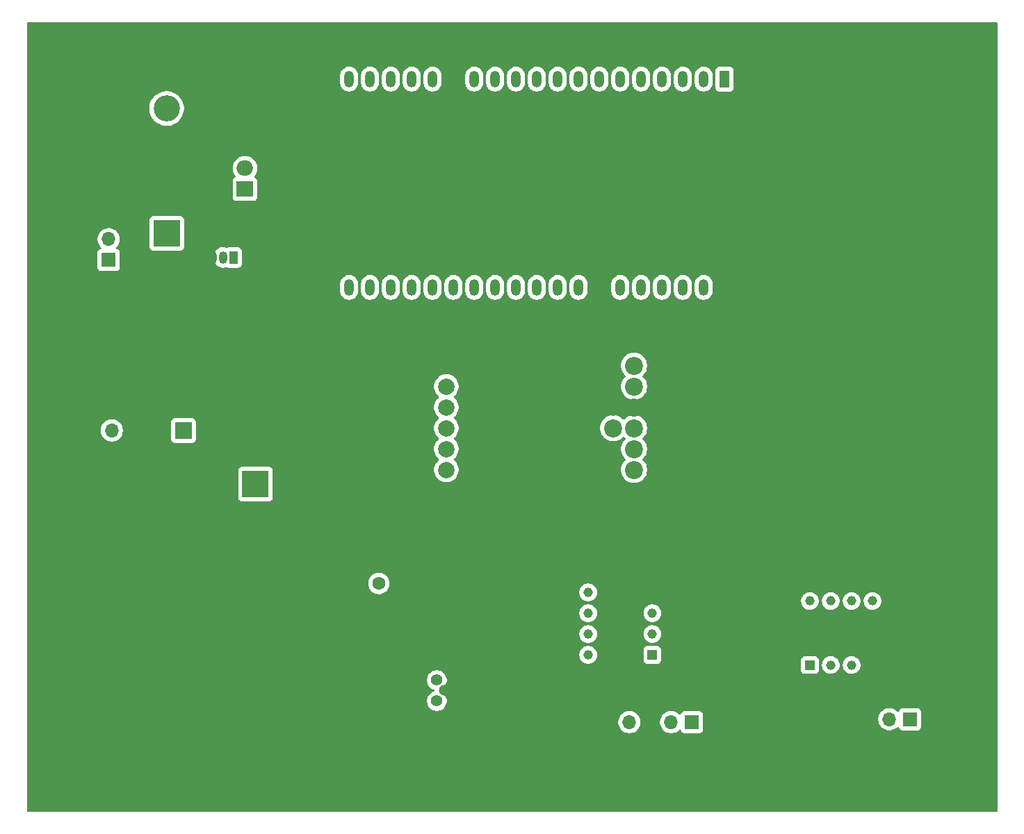
<source format=gbr>
%TF.GenerationSoftware,KiCad,Pcbnew,9.0.0*%
%TF.CreationDate,2025-11-10T15:20:41+01:00*%
%TF.ProjectId,piezotesterV2.1,7069657a-6f74-4657-9374-657256322e31,rev?*%
%TF.SameCoordinates,Original*%
%TF.FileFunction,Copper,L2,Bot*%
%TF.FilePolarity,Positive*%
%FSLAX46Y46*%
G04 Gerber Fmt 4.6, Leading zero omitted, Abs format (unit mm)*
G04 Created by KiCad (PCBNEW 9.0.0) date 2025-11-10 15:20:41*
%MOMM*%
%LPD*%
G01*
G04 APERTURE LIST*
%TA.AperFunction,ComponentPad*%
%ADD10C,2.200000*%
%TD*%
%TA.AperFunction,ComponentPad*%
%ADD11C,2.000000*%
%TD*%
%TA.AperFunction,ComponentPad*%
%ADD12O,3.200000X3.200000*%
%TD*%
%TA.AperFunction,ComponentPad*%
%ADD13R,3.200000X3.200000*%
%TD*%
%TA.AperFunction,ComponentPad*%
%ADD14O,1.050000X1.500000*%
%TD*%
%TA.AperFunction,ComponentPad*%
%ADD15R,1.050000X1.500000*%
%TD*%
%TA.AperFunction,ComponentPad*%
%ADD16O,2.000000X1.905000*%
%TD*%
%TA.AperFunction,ComponentPad*%
%ADD17R,2.000000X1.905000*%
%TD*%
%TA.AperFunction,ComponentPad*%
%ADD18O,1.700000X1.700000*%
%TD*%
%TA.AperFunction,ComponentPad*%
%ADD19R,1.700000X1.700000*%
%TD*%
%TA.AperFunction,ComponentPad*%
%ADD20O,1.200000X2.000000*%
%TD*%
%TA.AperFunction,ComponentPad*%
%ADD21R,1.200000X2.000000*%
%TD*%
%TA.AperFunction,ComponentPad*%
%ADD22C,1.159000*%
%TD*%
%TA.AperFunction,ComponentPad*%
%ADD23R,1.159000X1.159000*%
%TD*%
%TA.AperFunction,ComponentPad*%
%ADD24C,1.600000*%
%TD*%
%TA.AperFunction,ComponentPad*%
%ADD25R,1.600000X1.600000*%
%TD*%
%TA.AperFunction,ComponentPad*%
%ADD26C,1.400000*%
%TD*%
%TA.AperFunction,ComponentPad*%
%ADD27R,2.000000X2.000000*%
%TD*%
%TA.AperFunction,ViaPad*%
%ADD28C,0.600000*%
%TD*%
%TA.AperFunction,ViaPad*%
%ADD29C,4.100000*%
%TD*%
G04 APERTURE END LIST*
D10*
%TO.P,ADS2,13,VDDA*%
%TO.N,3v3A*%
X140960000Y-108690000D03*
%TO.P,ADS2,12,AIN0*%
%TO.N,Net-(ADS2-AIN0)*%
X143500000Y-113770000D03*
%TO.P,ADS2,11,AIN1*%
%TO.N,Net-(ADS2-AIN1)*%
X143500000Y-111230000D03*
%TO.P,ADS2,10,REFP*%
%TO.N,3v3A*%
X143500000Y-108690000D03*
%TO.P,ADS2,9,REFN*%
%TO.N,GND*%
X143500000Y-106150000D03*
%TO.P,ADS2,8,AIN2*%
%TO.N,Net-(ADS2-AIN2)*%
X143500000Y-103610000D03*
%TO.P,ADS2,7,AIN3*%
%TO.N,unconnected-(ADS2-AIN3-Pad7)*%
X143500000Y-101070000D03*
D11*
%TO.P,ADS2,6,RDY*%
%TO.N,RDY*%
X120640000Y-113770000D03*
%TO.P,ADS2,5,RST*%
%TO.N,+3.3V*%
X120640000Y-111230000D03*
%TO.P,ADS2,4,SCL*%
%TO.N,SCL*%
X120640000Y-108690000D03*
%TO.P,ADS2,3,SDA*%
%TO.N,SDA*%
X120640000Y-106150000D03*
%TO.P,ADS2,2,3V3*%
%TO.N,+3.3V*%
X120640000Y-103610000D03*
%TO.P,ADS2,1,GND*%
%TO.N,GND*%
X140960000Y-106150000D03*
X120640000Y-101070000D03*
%TD*%
D12*
%TO.P,D2,2,A*%
%TO.N,Net-(D2-A)*%
X86580000Y-69710000D03*
D13*
%TO.P,D2,1,K*%
%TO.N,Net-(D2-K)*%
X86580000Y-84950000D03*
%TD*%
D14*
%TO.P,Q3,3,E*%
%TO.N,GND*%
X92160000Y-87880000D03*
%TO.P,Q3,2,B*%
%TO.N,Net-(Q3-B)*%
X93430000Y-87880000D03*
D15*
%TO.P,Q3,1,C*%
%TO.N,Net-(D2-K)*%
X94700000Y-87880000D03*
%TD*%
D16*
%TO.P,Q4,3,S*%
%TO.N,GND*%
X96120000Y-74450000D03*
%TO.P,Q4,2,D*%
%TO.N,Net-(D2-A)*%
X96120000Y-76990000D03*
D17*
%TO.P,Q4,1,G*%
%TO.N,Net-(D2-K)*%
X96120000Y-79530000D03*
%TD*%
D18*
%TO.P,J8,2,Pin_2*%
%TO.N,Net-(D2-A)*%
X79515000Y-85645000D03*
D19*
%TO.P,J8,1,Pin_1*%
%TO.N,Net-(D2-K)*%
X79515000Y-88185000D03*
%TD*%
D20*
%TO.P,U1,38,GND*%
%TO.N,GND*%
X154530000Y-91530000D03*
%TO.P,U1,37,GPIO23*%
%TO.N,unconnected-(U1-GPIO23-Pad37)*%
X151990000Y-91530000D03*
%TO.P,U1,36,GPIO22*%
%TO.N,RDY*%
X149450000Y-91530000D03*
%TO.P,U1,35,U0TXD/GPIO1*%
%TO.N,unconnected-(U1-U0TXD{slash}GPIO1-Pad35)*%
X146910000Y-91530000D03*
%TO.P,U1,34,U0RXD/GPIO3*%
%TO.N,unconnected-(U1-U0RXD{slash}GPIO3-Pad34)*%
X144370000Y-91530000D03*
%TO.P,U1,33,GPIO21*%
%TO.N,SCL*%
X141830000Y-91530000D03*
%TO.P,U1,32,GND*%
%TO.N,GND*%
X139290000Y-91530000D03*
%TO.P,U1,31,GPIO19*%
%TO.N,SDA*%
X136750000Y-91530000D03*
%TO.P,U1,30,GPIO18*%
%TO.N,unconnected-(U1-GPIO18-Pad30)*%
X134210000Y-91530000D03*
%TO.P,U1,29,GPIO5*%
%TO.N,unconnected-(U1-GPIO5-Pad29)*%
X131670000Y-91530000D03*
%TO.P,U1,28,GPIO17*%
%TO.N,unconnected-(U1-GPIO17-Pad28)*%
X129130000Y-91530000D03*
%TO.P,U1,27,GPIO16*%
%TO.N,unconnected-(U1-GPIO16-Pad27)*%
X126590000Y-91530000D03*
%TO.P,U1,26,ADC2_CH0/GPIO4*%
%TO.N,unconnected-(U1-ADC2_CH0{slash}GPIO4-Pad26)*%
X124050000Y-91530000D03*
%TO.P,U1,25,GPIO0/BOOT/ADC2_CH1*%
%TO.N,unconnected-(U1-GPIO0{slash}BOOT{slash}ADC2_CH1-Pad25)*%
X121510000Y-91530000D03*
%TO.P,U1,24,ADC2_CH2/GPIO2*%
%TO.N,unconnected-(U1-ADC2_CH2{slash}GPIO2-Pad24)*%
X118970000Y-91530000D03*
%TO.P,U1,23,MTDO/GPIO15/ADC2_CH3*%
%TO.N,unconnected-(U1-MTDO{slash}GPIO15{slash}ADC2_CH3-Pad23)*%
X116430000Y-91530000D03*
%TO.P,U1,22,SD_DATA1/GPIO8*%
%TO.N,unconnected-(U1-SD_DATA1{slash}GPIO8-Pad22)*%
X113890000Y-91530000D03*
%TO.P,U1,21,SD_DATA0/GPIO7*%
%TO.N,unconnected-(U1-SD_DATA0{slash}GPIO7-Pad21)*%
X111352720Y-91526320D03*
%TO.P,U1,20,SD_CLK/GPIO6*%
%TO.N,unconnected-(U1-SD_CLK{slash}GPIO6-Pad20)*%
X108812720Y-91526320D03*
%TO.P,U1,19,5V*%
%TO.N,unconnected-(U1-5V-Pad19)*%
X108810000Y-66130000D03*
%TO.P,U1,18,CMD*%
%TO.N,unconnected-(U1-CMD-Pad18)*%
X111350000Y-66130000D03*
%TO.P,U1,17,SD_DATA3/GPIO10*%
%TO.N,unconnected-(U1-SD_DATA3{slash}GPIO10-Pad17)*%
X113890000Y-66130000D03*
%TO.P,U1,16,SD_DATA2/GPIO9*%
%TO.N,unconnected-(U1-SD_DATA2{slash}GPIO9-Pad16)*%
X116430000Y-66130000D03*
%TO.P,U1,15,MTCK/GPIO13/ADC2_CH4*%
%TO.N,unconnected-(U1-MTCK{slash}GPIO13{slash}ADC2_CH4-Pad15)*%
X118970000Y-66130000D03*
%TO.P,U1,14,GND*%
%TO.N,GND*%
X121510000Y-66130000D03*
%TO.P,U1,13,MTDI/GPIO12/ADC2_CH5*%
%TO.N,unconnected-(U1-MTDI{slash}GPIO12{slash}ADC2_CH5-Pad13)*%
X124050000Y-66130000D03*
%TO.P,U1,12,MTMS/GPIO14/ADC2_CH6*%
%TO.N,unconnected-(U1-MTMS{slash}GPIO14{slash}ADC2_CH6-Pad12)*%
X126590000Y-66130000D03*
%TO.P,U1,11,ADC2_CH7/GPIO27*%
%TO.N,unconnected-(U1-ADC2_CH7{slash}GPIO27-Pad11)*%
X129130000Y-66130000D03*
%TO.P,U1,10,DAC_2/ADC2_CH9/GPIO26*%
%TO.N,GPIO17*%
X131670000Y-66130000D03*
%TO.P,U1,9,DAC_1/ADC2_CH8/GPIO25*%
%TO.N,unconnected-(U1-DAC_1{slash}ADC2_CH8{slash}GPIO25-Pad9)*%
X134210000Y-66130000D03*
%TO.P,U1,8,32K_XN/GPIO33/ADC1_CH5*%
%TO.N,unconnected-(U1-32K_XN{slash}GPIO33{slash}ADC1_CH5-Pad8)*%
X136750000Y-66130000D03*
%TO.P,U1,7,32K_XP/GPIO32/ADC1_CH4*%
%TO.N,unconnected-(U1-32K_XP{slash}GPIO32{slash}ADC1_CH4-Pad7)*%
X139290000Y-66130000D03*
%TO.P,U1,6,VDET_2/GPIO35/ADC1_CH7*%
%TO.N,unconnected-(U1-VDET_2{slash}GPIO35{slash}ADC1_CH7-Pad6)*%
X141830000Y-66130000D03*
%TO.P,U1,5,VDET_1/GPIO34/ADC1_CH6*%
%TO.N,unconnected-(U1-VDET_1{slash}GPIO34{slash}ADC1_CH6-Pad5)*%
X144370000Y-66130000D03*
%TO.P,U1,4,SENSOR_VN/GPIO39/ADC1_CH3*%
%TO.N,unconnected-(U1-SENSOR_VN{slash}GPIO39{slash}ADC1_CH3-Pad4)*%
X146910000Y-66130000D03*
%TO.P,U1,3,SENSOR_VP/GPIO36/ADC1_CH0*%
%TO.N,unconnected-(U1-SENSOR_VP{slash}GPIO36{slash}ADC1_CH0-Pad3)*%
X149450000Y-66130000D03*
%TO.P,U1,2,CHIP_PU*%
%TO.N,unconnected-(U1-CHIP_PU-Pad2)*%
X151990000Y-66130000D03*
D21*
%TO.P,U1,1,3V3*%
%TO.N,+3.3V*%
X154530000Y-66130000D03*
%TD*%
D22*
%TO.P,IC2,8,V+*%
%TO.N,Net-(IC2-V+)*%
X137920000Y-136330000D03*
%TO.P,IC2,7,OUT2*%
%TO.N,unconnected-(IC2-OUT2-Pad7)*%
X137920000Y-133790000D03*
%TO.P,IC2,6,IN2-*%
%TO.N,unconnected-(IC2-IN2--Pad6)*%
X137920000Y-131250000D03*
%TO.P,IC2,5,IN2+*%
%TO.N,unconnected-(IC2-IN2+-Pad5)*%
X137920000Y-128710000D03*
%TO.P,IC2,4,V-*%
%TO.N,GND*%
X145730000Y-128710000D03*
%TO.P,IC2,3,IN1+*%
%TO.N,Net-(IC2-IN1+)*%
X145730000Y-131250000D03*
%TO.P,IC2,2,IN1-*%
%TO.N,Net-(IC2-IN1-)*%
X145730000Y-133790000D03*
D23*
%TO.P,IC2,1,OUT1*%
%TO.N,AIN2*%
X145730000Y-136330000D03*
%TD*%
D19*
%TO.P,J9,1,Pin_1*%
%TO.N,GND*%
X79900000Y-111507323D03*
D18*
%TO.P,J9,2,Pin_2*%
%TO.N,12VDC+*%
X79900000Y-108967323D03*
%TD*%
D19*
%TO.P,J2,1,Pin_1*%
%TO.N,Net-(J2-Pin_1)*%
X150550000Y-144530000D03*
D18*
%TO.P,J2,2,Pin_2*%
%TO.N,Net-(J2-Pin_2)*%
X148010000Y-144530000D03*
%TO.P,J2,3,Pin_3*%
%TO.N,GND*%
X145470000Y-144530000D03*
%TO.P,J2,4,Pin_4*%
%TO.N,Net-(J2-Pin_4)*%
X142930000Y-144530000D03*
%TD*%
D19*
%TO.P,J1,1,Pin_1*%
%TO.N,Net-(IC1-VINB+)*%
X177125000Y-144175000D03*
D18*
%TO.P,J1,2,Pin_2*%
%TO.N,Net-(IC1-VINA+)*%
X174585000Y-144175000D03*
%TD*%
D24*
%TO.P,C2,2*%
%TO.N,Net-(IC3-FB)*%
X112420000Y-127620000D03*
D25*
%TO.P,C2,1*%
%TO.N,GND*%
X115920000Y-127620000D03*
%TD*%
D26*
%TO.P,IC4,1,OUTPUT*%
%TO.N,3v3A*%
X119480000Y-141950000D03*
%TO.P,IC4,2,GND*%
%TO.N,GND*%
X120480000Y-140680000D03*
%TO.P,IC4,3,INPUT*%
%TO.N,Net-(IC3-FB)*%
X119480000Y-139410000D03*
%TD*%
D23*
%TO.P,IC1,1,VOUTA*%
%TO.N,Net-(IC1-VINA-)*%
X164920000Y-137570000D03*
D22*
%TO.P,IC1,2,VINA-*%
X167460000Y-137570000D03*
%TO.P,IC1,3,VINA+*%
%TO.N,Net-(IC1-VINA+)*%
X170000000Y-137570000D03*
%TO.P,IC1,4,VSS*%
%TO.N,GND*%
X172540000Y-137570000D03*
%TO.P,IC1,5,VINB+*%
%TO.N,Net-(IC1-VINB+)*%
X172540000Y-129760000D03*
%TO.P,IC1,6,VINB-*%
%TO.N,Net-(ADS2-AIN1)*%
X170000000Y-129760000D03*
%TO.P,IC1,7,VOUTB*%
X167460000Y-129760000D03*
%TO.P,IC1,8,VDD*%
%TO.N,Net-(IC1-VDD)*%
X164920000Y-129760000D03*
%TD*%
D13*
%TO.P,D1,1,K*%
%TO.N,OUT*%
X97390000Y-115510000D03*
D12*
%TO.P,D1,2,A*%
%TO.N,GND*%
X112630000Y-115510000D03*
%TD*%
D27*
%TO.P,C1,1*%
%TO.N,12VDC+*%
X88620000Y-108990000D03*
D11*
%TO.P,C1,2*%
%TO.N,GND*%
X88620000Y-113990000D03*
%TD*%
D28*
%TO.N,GND*%
X96950000Y-106020000D03*
X96950000Y-106020000D03*
X96910000Y-106870000D03*
X95910000Y-106870000D03*
X96910000Y-106870000D03*
X95950000Y-106020000D03*
X98980000Y-106020000D03*
X98980000Y-106020000D03*
X98940000Y-106870000D03*
X97940000Y-106870000D03*
X98940000Y-106870000D03*
X97980000Y-106020000D03*
X100930000Y-106020000D03*
X100930000Y-106020000D03*
X100890000Y-106870000D03*
X99890000Y-106870000D03*
X100890000Y-106870000D03*
X99930000Y-106020000D03*
X102800000Y-105990000D03*
X102800000Y-105990000D03*
X102760000Y-106840000D03*
X101760000Y-106840000D03*
X102760000Y-106840000D03*
X101800000Y-105990000D03*
X99320000Y-72280000D03*
X99320000Y-72280000D03*
X99280000Y-73130000D03*
X98280000Y-73130000D03*
X99280000Y-73130000D03*
X98320000Y-72280000D03*
X113070000Y-110920000D03*
X113070000Y-110920000D03*
X113030000Y-111770000D03*
X112030000Y-111770000D03*
X113030000Y-111770000D03*
X112070000Y-110920000D03*
X115880000Y-137010000D03*
X115880000Y-137010000D03*
X115840000Y-137860000D03*
X114840000Y-137860000D03*
X115840000Y-137860000D03*
X114880000Y-137010000D03*
X177720000Y-134870000D03*
X177720000Y-134870000D03*
X177680000Y-135720000D03*
X176680000Y-135720000D03*
X177680000Y-135720000D03*
X176720000Y-134870000D03*
X165380000Y-145390000D03*
X165380000Y-145390000D03*
X165340000Y-146240000D03*
X164340000Y-146240000D03*
X165340000Y-146240000D03*
X164380000Y-145390000D03*
X145940000Y-142290000D03*
X145940000Y-142290000D03*
X145900000Y-143140000D03*
X144900000Y-143140000D03*
X145900000Y-143140000D03*
X144940000Y-142290000D03*
X137510000Y-144950000D03*
X137510000Y-144950000D03*
X137470000Y-145800000D03*
X136470000Y-145800000D03*
X137470000Y-145800000D03*
X136510000Y-144950000D03*
X128390000Y-131870000D03*
X128390000Y-131870000D03*
X128350000Y-132720000D03*
X127350000Y-132720000D03*
X128350000Y-132720000D03*
X127390000Y-131870000D03*
X157940000Y-121390000D03*
X157940000Y-121390000D03*
X157900000Y-122240000D03*
X156900000Y-122240000D03*
X157900000Y-122240000D03*
X156940000Y-121390000D03*
X119960000Y-98850000D03*
X121000000Y-98000000D03*
X120000000Y-98000000D03*
X121000000Y-98000000D03*
X120960000Y-98850000D03*
X120960000Y-98850000D03*
X131040000Y-98150000D03*
X131040000Y-98150000D03*
X131000000Y-99000000D03*
X130000000Y-99000000D03*
X131000000Y-99000000D03*
X130040000Y-98150000D03*
X157960000Y-119850000D03*
X158000000Y-119000000D03*
X157000000Y-119000000D03*
X157960000Y-119850000D03*
X158000000Y-119000000D03*
X156960000Y-119850000D03*
X164040000Y-135150000D03*
X163000000Y-136000000D03*
X164000000Y-136000000D03*
X164040000Y-135150000D03*
X164000000Y-136000000D03*
X163040000Y-135150000D03*
X171040000Y-132150000D03*
X171000000Y-133000000D03*
X170000000Y-135000000D03*
X170000000Y-133000000D03*
X171040000Y-134150000D03*
X170040000Y-132150000D03*
X170040000Y-134150000D03*
X171000000Y-135000000D03*
X171040000Y-132150000D03*
X171000000Y-133000000D03*
X171040000Y-134150000D03*
X171000000Y-135000000D03*
X172040000Y-134150000D03*
X172000000Y-135000000D03*
D29*
X72000000Y-153000000D03*
X72000000Y-62000000D03*
X185000000Y-153000000D03*
X185000000Y-62000000D03*
D28*
X172040000Y-132150000D03*
X172000000Y-133000000D03*
%TD*%
%TA.AperFunction,Conductor*%
%TO.N,GND*%
G36*
X187699592Y-59222860D02*
G01*
X187745347Y-59275664D01*
X187756553Y-59327175D01*
X187756553Y-155325500D01*
X187736868Y-155392539D01*
X187684064Y-155438294D01*
X187632553Y-155449500D01*
X69674500Y-155449500D01*
X69607461Y-155429815D01*
X69561706Y-155377011D01*
X69550500Y-155325500D01*
X69550500Y-144423713D01*
X141579500Y-144423713D01*
X141579500Y-144636287D01*
X141612754Y-144846243D01*
X141624637Y-144882816D01*
X141678444Y-145048414D01*
X141774951Y-145237820D01*
X141899890Y-145409786D01*
X142050213Y-145560109D01*
X142222179Y-145685048D01*
X142222181Y-145685049D01*
X142222184Y-145685051D01*
X142411588Y-145781557D01*
X142613757Y-145847246D01*
X142823713Y-145880500D01*
X142823714Y-145880500D01*
X143036286Y-145880500D01*
X143036287Y-145880500D01*
X143246243Y-145847246D01*
X143448412Y-145781557D01*
X143637816Y-145685051D01*
X143724138Y-145622335D01*
X143809786Y-145560109D01*
X143809788Y-145560106D01*
X143809792Y-145560104D01*
X143960104Y-145409792D01*
X143960106Y-145409788D01*
X143960109Y-145409786D01*
X144085048Y-145237820D01*
X144085047Y-145237820D01*
X144085051Y-145237816D01*
X144181557Y-145048412D01*
X144247246Y-144846243D01*
X144280500Y-144636287D01*
X144280500Y-144423713D01*
X146659500Y-144423713D01*
X146659500Y-144636287D01*
X146692754Y-144846243D01*
X146704637Y-144882816D01*
X146758444Y-145048414D01*
X146854951Y-145237820D01*
X146979890Y-145409786D01*
X147130213Y-145560109D01*
X147302179Y-145685048D01*
X147302181Y-145685049D01*
X147302184Y-145685051D01*
X147491588Y-145781557D01*
X147693757Y-145847246D01*
X147903713Y-145880500D01*
X147903714Y-145880500D01*
X148116286Y-145880500D01*
X148116287Y-145880500D01*
X148326243Y-145847246D01*
X148528412Y-145781557D01*
X148717816Y-145685051D01*
X148889792Y-145560104D01*
X149003329Y-145446566D01*
X149064648Y-145413084D01*
X149134340Y-145418068D01*
X149190274Y-145459939D01*
X149207189Y-145490917D01*
X149256202Y-145622328D01*
X149256206Y-145622335D01*
X149342452Y-145737544D01*
X149342455Y-145737547D01*
X149457664Y-145823793D01*
X149457671Y-145823797D01*
X149592517Y-145874091D01*
X149592516Y-145874091D01*
X149599444Y-145874835D01*
X149652127Y-145880500D01*
X151447872Y-145880499D01*
X151507483Y-145874091D01*
X151642331Y-145823796D01*
X151757546Y-145737546D01*
X151843796Y-145622331D01*
X151894091Y-145487483D01*
X151900500Y-145427873D01*
X151900499Y-144068713D01*
X173234500Y-144068713D01*
X173234500Y-144281286D01*
X173267753Y-144491239D01*
X173333444Y-144693414D01*
X173429951Y-144882820D01*
X173554890Y-145054786D01*
X173705213Y-145205109D01*
X173877179Y-145330048D01*
X173877181Y-145330049D01*
X173877184Y-145330051D01*
X174066588Y-145426557D01*
X174268757Y-145492246D01*
X174478713Y-145525500D01*
X174478714Y-145525500D01*
X174691286Y-145525500D01*
X174691287Y-145525500D01*
X174901243Y-145492246D01*
X175103412Y-145426557D01*
X175292816Y-145330051D01*
X175419762Y-145237820D01*
X175464784Y-145205110D01*
X175464784Y-145205109D01*
X175464792Y-145205104D01*
X175578329Y-145091566D01*
X175639648Y-145058084D01*
X175709340Y-145063068D01*
X175765274Y-145104939D01*
X175782189Y-145135917D01*
X175831202Y-145267328D01*
X175831206Y-145267335D01*
X175917452Y-145382544D01*
X175917455Y-145382547D01*
X176032664Y-145468793D01*
X176032671Y-145468797D01*
X176167517Y-145519091D01*
X176167516Y-145519091D01*
X176174444Y-145519835D01*
X176227127Y-145525500D01*
X178022872Y-145525499D01*
X178082483Y-145519091D01*
X178217331Y-145468796D01*
X178332546Y-145382546D01*
X178418796Y-145267331D01*
X178469091Y-145132483D01*
X178475500Y-145072873D01*
X178475499Y-143277128D01*
X178469091Y-143217517D01*
X178467810Y-143214083D01*
X178418797Y-143082671D01*
X178418793Y-143082664D01*
X178332547Y-142967455D01*
X178332544Y-142967452D01*
X178217335Y-142881206D01*
X178217328Y-142881202D01*
X178082482Y-142830908D01*
X178082483Y-142830908D01*
X178022883Y-142824501D01*
X178022881Y-142824500D01*
X178022873Y-142824500D01*
X178022864Y-142824500D01*
X176227129Y-142824500D01*
X176227123Y-142824501D01*
X176167516Y-142830908D01*
X176032671Y-142881202D01*
X176032664Y-142881206D01*
X175917455Y-142967452D01*
X175917452Y-142967455D01*
X175831206Y-143082664D01*
X175831203Y-143082669D01*
X175782189Y-143214083D01*
X175740317Y-143270016D01*
X175674853Y-143294433D01*
X175606580Y-143279581D01*
X175578326Y-143258430D01*
X175464786Y-143144890D01*
X175292820Y-143019951D01*
X175103414Y-142923444D01*
X175103413Y-142923443D01*
X175103412Y-142923443D01*
X174901243Y-142857754D01*
X174901241Y-142857753D01*
X174901240Y-142857753D01*
X174739957Y-142832208D01*
X174691287Y-142824500D01*
X174478713Y-142824500D01*
X174430042Y-142832208D01*
X174268760Y-142857753D01*
X174066585Y-142923444D01*
X173877179Y-143019951D01*
X173705213Y-143144890D01*
X173554890Y-143295213D01*
X173429951Y-143467179D01*
X173333444Y-143656585D01*
X173267753Y-143858760D01*
X173234500Y-144068713D01*
X151900499Y-144068713D01*
X151900499Y-143632128D01*
X151894091Y-143572517D01*
X151892810Y-143569083D01*
X151843797Y-143437671D01*
X151843793Y-143437664D01*
X151757547Y-143322455D01*
X151757544Y-143322452D01*
X151642335Y-143236206D01*
X151642328Y-143236202D01*
X151507482Y-143185908D01*
X151507483Y-143185908D01*
X151447883Y-143179501D01*
X151447881Y-143179500D01*
X151447873Y-143179500D01*
X151447864Y-143179500D01*
X149652129Y-143179500D01*
X149652123Y-143179501D01*
X149592516Y-143185908D01*
X149457671Y-143236202D01*
X149457664Y-143236206D01*
X149342455Y-143322452D01*
X149342452Y-143322455D01*
X149256206Y-143437664D01*
X149256203Y-143437669D01*
X149207189Y-143569083D01*
X149165317Y-143625016D01*
X149099853Y-143649433D01*
X149031580Y-143634581D01*
X149003326Y-143613430D01*
X148889786Y-143499890D01*
X148717820Y-143374951D01*
X148528414Y-143278444D01*
X148528413Y-143278443D01*
X148528412Y-143278443D01*
X148326243Y-143212754D01*
X148326241Y-143212753D01*
X148326240Y-143212753D01*
X148164957Y-143187208D01*
X148116287Y-143179500D01*
X147903713Y-143179500D01*
X147855042Y-143187208D01*
X147693760Y-143212753D01*
X147491585Y-143278444D01*
X147302179Y-143374951D01*
X147130213Y-143499890D01*
X146979890Y-143650213D01*
X146854951Y-143822179D01*
X146758444Y-144011585D01*
X146692753Y-144213760D01*
X146682058Y-144281286D01*
X146659500Y-144423713D01*
X144280500Y-144423713D01*
X144247246Y-144213757D01*
X144181557Y-144011588D01*
X144085051Y-143822184D01*
X144085049Y-143822181D01*
X144085048Y-143822179D01*
X143960109Y-143650213D01*
X143809786Y-143499890D01*
X143637820Y-143374951D01*
X143448414Y-143278444D01*
X143448413Y-143278443D01*
X143448412Y-143278443D01*
X143246243Y-143212754D01*
X143246241Y-143212753D01*
X143246240Y-143212753D01*
X143084957Y-143187208D01*
X143036287Y-143179500D01*
X142823713Y-143179500D01*
X142775042Y-143187208D01*
X142613760Y-143212753D01*
X142411585Y-143278444D01*
X142222179Y-143374951D01*
X142050213Y-143499890D01*
X141899890Y-143650213D01*
X141774951Y-143822179D01*
X141678444Y-144011585D01*
X141612753Y-144213760D01*
X141602058Y-144281286D01*
X141579500Y-144423713D01*
X69550500Y-144423713D01*
X69550500Y-139315513D01*
X118279500Y-139315513D01*
X118279500Y-139504486D01*
X118309059Y-139691118D01*
X118367454Y-139870836D01*
X118453240Y-140039199D01*
X118564310Y-140192073D01*
X118697927Y-140325690D01*
X118850801Y-140436760D01*
X118930347Y-140477290D01*
X119019163Y-140522545D01*
X119019165Y-140522545D01*
X119019168Y-140522547D01*
X119108734Y-140551649D01*
X119140803Y-140562069D01*
X119198478Y-140601507D01*
X119225676Y-140665866D01*
X119213761Y-140734712D01*
X119166516Y-140786188D01*
X119140803Y-140797931D01*
X119019163Y-140837454D01*
X118850800Y-140923240D01*
X118763579Y-140986610D01*
X118697927Y-141034310D01*
X118697925Y-141034312D01*
X118697924Y-141034312D01*
X118564312Y-141167924D01*
X118564312Y-141167925D01*
X118564310Y-141167927D01*
X118516610Y-141233579D01*
X118453240Y-141320800D01*
X118367454Y-141489163D01*
X118309059Y-141668881D01*
X118279500Y-141855513D01*
X118279500Y-142044486D01*
X118309059Y-142231118D01*
X118367454Y-142410836D01*
X118453240Y-142579199D01*
X118564310Y-142732073D01*
X118697927Y-142865690D01*
X118850801Y-142976760D01*
X118930347Y-143017290D01*
X119019163Y-143062545D01*
X119019165Y-143062545D01*
X119019168Y-143062547D01*
X119081097Y-143082669D01*
X119198881Y-143120940D01*
X119385514Y-143150500D01*
X119385519Y-143150500D01*
X119574486Y-143150500D01*
X119761118Y-143120940D01*
X119940832Y-143062547D01*
X120109199Y-142976760D01*
X120262073Y-142865690D01*
X120395690Y-142732073D01*
X120506760Y-142579199D01*
X120592547Y-142410832D01*
X120650940Y-142231118D01*
X120680500Y-142044486D01*
X120680500Y-141855513D01*
X120650940Y-141668881D01*
X120592545Y-141489163D01*
X120506759Y-141320800D01*
X120395690Y-141167927D01*
X120262073Y-141034310D01*
X120109199Y-140923240D01*
X119940836Y-140837454D01*
X119866472Y-140813291D01*
X119819195Y-140797930D01*
X119761521Y-140758493D01*
X119734323Y-140694134D01*
X119746238Y-140625288D01*
X119793482Y-140573812D01*
X119819194Y-140562069D01*
X119940832Y-140522547D01*
X120109199Y-140436760D01*
X120262073Y-140325690D01*
X120395690Y-140192073D01*
X120506760Y-140039199D01*
X120592547Y-139870832D01*
X120650940Y-139691118D01*
X120680500Y-139504486D01*
X120680500Y-139315513D01*
X120650940Y-139128881D01*
X120592545Y-138949163D01*
X120506759Y-138780800D01*
X120395690Y-138627927D01*
X120262073Y-138494310D01*
X120109199Y-138383240D01*
X119940836Y-138297454D01*
X119761118Y-138239059D01*
X119574486Y-138209500D01*
X119574481Y-138209500D01*
X119385519Y-138209500D01*
X119385514Y-138209500D01*
X119198881Y-138239059D01*
X119019163Y-138297454D01*
X118850800Y-138383240D01*
X118763579Y-138446610D01*
X118697927Y-138494310D01*
X118697925Y-138494312D01*
X118697924Y-138494312D01*
X118564312Y-138627924D01*
X118564312Y-138627925D01*
X118564310Y-138627927D01*
X118548274Y-138649999D01*
X118453240Y-138780800D01*
X118367454Y-138949163D01*
X118309059Y-139128881D01*
X118279500Y-139315513D01*
X69550500Y-139315513D01*
X69550500Y-136244996D01*
X136840000Y-136244996D01*
X136840000Y-136415003D01*
X136866593Y-136582902D01*
X136919122Y-136744573D01*
X136919123Y-136744576D01*
X136981209Y-136866424D01*
X136996301Y-136896044D01*
X137096222Y-137033573D01*
X137216427Y-137153778D01*
X137353956Y-137253699D01*
X137380153Y-137267047D01*
X137505423Y-137330876D01*
X137505426Y-137330877D01*
X137574417Y-137353293D01*
X137667099Y-137383407D01*
X137744861Y-137395723D01*
X137834997Y-137410000D01*
X137835002Y-137410000D01*
X138005003Y-137410000D01*
X138086398Y-137397107D01*
X138172901Y-137383407D01*
X138334576Y-137330876D01*
X138486044Y-137253699D01*
X138623573Y-137153778D01*
X138743778Y-137033573D01*
X138843699Y-136896044D01*
X138920876Y-136744576D01*
X138973407Y-136582901D01*
X138988121Y-136490000D01*
X139000000Y-136415003D01*
X139000000Y-136244996D01*
X138984529Y-136147321D01*
X138973407Y-136077099D01*
X138920876Y-135915424D01*
X138920876Y-135915423D01*
X138843698Y-135763955D01*
X138799146Y-135702635D01*
X144650000Y-135702635D01*
X144650000Y-136957370D01*
X144650001Y-136957376D01*
X144656408Y-137016983D01*
X144706702Y-137151828D01*
X144706706Y-137151835D01*
X144792952Y-137267044D01*
X144792955Y-137267047D01*
X144908164Y-137353293D01*
X144908171Y-137353297D01*
X145043017Y-137403591D01*
X145043016Y-137403591D01*
X145049944Y-137404335D01*
X145102627Y-137410000D01*
X146357372Y-137409999D01*
X146416983Y-137403591D01*
X146551831Y-137353296D01*
X146667046Y-137267046D01*
X146753296Y-137151831D01*
X146803591Y-137016983D01*
X146810000Y-136957373D01*
X146810000Y-136942635D01*
X163840000Y-136942635D01*
X163840000Y-138197370D01*
X163840001Y-138197376D01*
X163846408Y-138256983D01*
X163896702Y-138391828D01*
X163896706Y-138391835D01*
X163982952Y-138507044D01*
X163982955Y-138507047D01*
X164098164Y-138593293D01*
X164098171Y-138593297D01*
X164233017Y-138643591D01*
X164233016Y-138643591D01*
X164239944Y-138644335D01*
X164292627Y-138650000D01*
X165547372Y-138649999D01*
X165606983Y-138643591D01*
X165741831Y-138593296D01*
X165857046Y-138507046D01*
X165943296Y-138391831D01*
X165993591Y-138256983D01*
X166000000Y-138197373D01*
X165999999Y-137484996D01*
X166380000Y-137484996D01*
X166380000Y-137655003D01*
X166406593Y-137822902D01*
X166459122Y-137984573D01*
X166459123Y-137984576D01*
X166536301Y-138136044D01*
X166636222Y-138273573D01*
X166756427Y-138393778D01*
X166893956Y-138493699D01*
X166920153Y-138507047D01*
X167045423Y-138570876D01*
X167045426Y-138570877D01*
X167114417Y-138593293D01*
X167207099Y-138623407D01*
X167284861Y-138635723D01*
X167374997Y-138650000D01*
X167375002Y-138650000D01*
X167545003Y-138650000D01*
X167626398Y-138637107D01*
X167712901Y-138623407D01*
X167874576Y-138570876D01*
X168026044Y-138493699D01*
X168163573Y-138393778D01*
X168283778Y-138273573D01*
X168383699Y-138136044D01*
X168460876Y-137984576D01*
X168513407Y-137822901D01*
X168527107Y-137736398D01*
X168540000Y-137655003D01*
X168540000Y-137484996D01*
X168920000Y-137484996D01*
X168920000Y-137655003D01*
X168946593Y-137822902D01*
X168999122Y-137984573D01*
X168999123Y-137984576D01*
X169076301Y-138136044D01*
X169176222Y-138273573D01*
X169296427Y-138393778D01*
X169433956Y-138493699D01*
X169460153Y-138507047D01*
X169585423Y-138570876D01*
X169585426Y-138570877D01*
X169654417Y-138593293D01*
X169747099Y-138623407D01*
X169824861Y-138635723D01*
X169914997Y-138650000D01*
X169915002Y-138650000D01*
X170085003Y-138650000D01*
X170166398Y-138637107D01*
X170252901Y-138623407D01*
X170414576Y-138570876D01*
X170566044Y-138493699D01*
X170703573Y-138393778D01*
X170823778Y-138273573D01*
X170923699Y-138136044D01*
X171000876Y-137984576D01*
X171053407Y-137822901D01*
X171067107Y-137736398D01*
X171080000Y-137655003D01*
X171080000Y-137484996D01*
X171059140Y-137353296D01*
X171053407Y-137317099D01*
X171000876Y-137155424D01*
X171000876Y-137155423D01*
X170961551Y-137078246D01*
X170923699Y-137003956D01*
X170823778Y-136866427D01*
X170703573Y-136746222D01*
X170566044Y-136646301D01*
X170539849Y-136632954D01*
X170414576Y-136569123D01*
X170414573Y-136569122D01*
X170252902Y-136516593D01*
X170085003Y-136490000D01*
X170084998Y-136490000D01*
X169915002Y-136490000D01*
X169914997Y-136490000D01*
X169747097Y-136516593D01*
X169585426Y-136569122D01*
X169585423Y-136569123D01*
X169433955Y-136646301D01*
X169355489Y-136703310D01*
X169296427Y-136746222D01*
X169296425Y-136746224D01*
X169296424Y-136746224D01*
X169176224Y-136866424D01*
X169176224Y-136866425D01*
X169176222Y-136866427D01*
X169164169Y-136883017D01*
X169076301Y-137003955D01*
X168999123Y-137155423D01*
X168999122Y-137155426D01*
X168946593Y-137317097D01*
X168920000Y-137484996D01*
X168540000Y-137484996D01*
X168519140Y-137353296D01*
X168513407Y-137317099D01*
X168460876Y-137155424D01*
X168460876Y-137155423D01*
X168421551Y-137078246D01*
X168383699Y-137003956D01*
X168283778Y-136866427D01*
X168163573Y-136746222D01*
X168026044Y-136646301D01*
X167999849Y-136632954D01*
X167874576Y-136569123D01*
X167874573Y-136569122D01*
X167712902Y-136516593D01*
X167545003Y-136490000D01*
X167544998Y-136490000D01*
X167375002Y-136490000D01*
X167374997Y-136490000D01*
X167207097Y-136516593D01*
X167045426Y-136569122D01*
X167045423Y-136569123D01*
X166893955Y-136646301D01*
X166815489Y-136703310D01*
X166756427Y-136746222D01*
X166756425Y-136746224D01*
X166756424Y-136746224D01*
X166636224Y-136866424D01*
X166636224Y-136866425D01*
X166636222Y-136866427D01*
X166624169Y-136883017D01*
X166536301Y-137003955D01*
X166459123Y-137155423D01*
X166459122Y-137155426D01*
X166406593Y-137317097D01*
X166380000Y-137484996D01*
X165999999Y-137484996D01*
X165999999Y-136942628D01*
X165993591Y-136883017D01*
X165987403Y-136866427D01*
X165943297Y-136748171D01*
X165943293Y-136748164D01*
X165857047Y-136632955D01*
X165857044Y-136632952D01*
X165741835Y-136546706D01*
X165741828Y-136546702D01*
X165606982Y-136496408D01*
X165606983Y-136496408D01*
X165547383Y-136490001D01*
X165547381Y-136490000D01*
X165547373Y-136490000D01*
X165547364Y-136490000D01*
X164292629Y-136490000D01*
X164292623Y-136490001D01*
X164233016Y-136496408D01*
X164098171Y-136546702D01*
X164098164Y-136546706D01*
X163982955Y-136632952D01*
X163982952Y-136632955D01*
X163896706Y-136748164D01*
X163896702Y-136748171D01*
X163846408Y-136883017D01*
X163845008Y-136896044D01*
X163840001Y-136942623D01*
X163840000Y-136942635D01*
X146810000Y-136942635D01*
X146809999Y-135702628D01*
X146803591Y-135643017D01*
X146797403Y-135626427D01*
X146753297Y-135508171D01*
X146753293Y-135508164D01*
X146667047Y-135392955D01*
X146667044Y-135392952D01*
X146551835Y-135306706D01*
X146551828Y-135306702D01*
X146416982Y-135256408D01*
X146416983Y-135256408D01*
X146357383Y-135250001D01*
X146357381Y-135250000D01*
X146357373Y-135250000D01*
X146357364Y-135250000D01*
X145102629Y-135250000D01*
X145102623Y-135250001D01*
X145043016Y-135256408D01*
X144908171Y-135306702D01*
X144908164Y-135306706D01*
X144792955Y-135392952D01*
X144792952Y-135392955D01*
X144706706Y-135508164D01*
X144706702Y-135508171D01*
X144656408Y-135643017D01*
X144650001Y-135702616D01*
X144650001Y-135702623D01*
X144650000Y-135702635D01*
X138799146Y-135702635D01*
X138743778Y-135626427D01*
X138623573Y-135506222D01*
X138486044Y-135406301D01*
X138459849Y-135392954D01*
X138334576Y-135329123D01*
X138334573Y-135329122D01*
X138172902Y-135276593D01*
X138005003Y-135250000D01*
X138004998Y-135250000D01*
X137835002Y-135250000D01*
X137834997Y-135250000D01*
X137667097Y-135276593D01*
X137505426Y-135329122D01*
X137505423Y-135329123D01*
X137353955Y-135406301D01*
X137275489Y-135463310D01*
X137216427Y-135506222D01*
X137216425Y-135506224D01*
X137216424Y-135506224D01*
X137096224Y-135626424D01*
X137096224Y-135626425D01*
X137096222Y-135626427D01*
X137084169Y-135643017D01*
X136996301Y-135763955D01*
X136919123Y-135915423D01*
X136919122Y-135915426D01*
X136866593Y-136077097D01*
X136840000Y-136244996D01*
X69550500Y-136244996D01*
X69550500Y-133704996D01*
X136840000Y-133704996D01*
X136840000Y-133875003D01*
X136866593Y-134042902D01*
X136919122Y-134204573D01*
X136919123Y-134204576D01*
X136996301Y-134356044D01*
X137096222Y-134493573D01*
X137216427Y-134613778D01*
X137353956Y-134713699D01*
X137428246Y-134751551D01*
X137505423Y-134790876D01*
X137505426Y-134790877D01*
X137586261Y-134817141D01*
X137667099Y-134843407D01*
X137744861Y-134855723D01*
X137834997Y-134870000D01*
X137835002Y-134870000D01*
X138005003Y-134870000D01*
X138086398Y-134857107D01*
X138172901Y-134843407D01*
X138334576Y-134790876D01*
X138486044Y-134713699D01*
X138623573Y-134613778D01*
X138743778Y-134493573D01*
X138843699Y-134356044D01*
X138920876Y-134204576D01*
X138973407Y-134042901D01*
X138987107Y-133956398D01*
X139000000Y-133875003D01*
X139000000Y-133704996D01*
X144650000Y-133704996D01*
X144650000Y-133875003D01*
X144676593Y-134042902D01*
X144729122Y-134204573D01*
X144729123Y-134204576D01*
X144806301Y-134356044D01*
X144906222Y-134493573D01*
X145026427Y-134613778D01*
X145163956Y-134713699D01*
X145238246Y-134751551D01*
X145315423Y-134790876D01*
X145315426Y-134790877D01*
X145396261Y-134817141D01*
X145477099Y-134843407D01*
X145554861Y-134855723D01*
X145644997Y-134870000D01*
X145645002Y-134870000D01*
X145815003Y-134870000D01*
X145896398Y-134857107D01*
X145982901Y-134843407D01*
X146144576Y-134790876D01*
X146296044Y-134713699D01*
X146433573Y-134613778D01*
X146553778Y-134493573D01*
X146653699Y-134356044D01*
X146730876Y-134204576D01*
X146783407Y-134042901D01*
X146797107Y-133956398D01*
X146810000Y-133875003D01*
X146810000Y-133704996D01*
X146794529Y-133607321D01*
X146783407Y-133537099D01*
X146730876Y-133375424D01*
X146730876Y-133375423D01*
X146653698Y-133223955D01*
X146553778Y-133086427D01*
X146433573Y-132966222D01*
X146296044Y-132866301D01*
X146144576Y-132789123D01*
X146144573Y-132789122D01*
X145982902Y-132736593D01*
X145815003Y-132710000D01*
X145814998Y-132710000D01*
X145645002Y-132710000D01*
X145644997Y-132710000D01*
X145477097Y-132736593D01*
X145315426Y-132789122D01*
X145315423Y-132789123D01*
X145163955Y-132866301D01*
X145085489Y-132923310D01*
X145026427Y-132966222D01*
X145026425Y-132966224D01*
X145026424Y-132966224D01*
X144906224Y-133086424D01*
X144906224Y-133086425D01*
X144906222Y-133086427D01*
X144863310Y-133145489D01*
X144806301Y-133223955D01*
X144729123Y-133375423D01*
X144729122Y-133375426D01*
X144676593Y-133537097D01*
X144650000Y-133704996D01*
X139000000Y-133704996D01*
X138984529Y-133607321D01*
X138973407Y-133537099D01*
X138920876Y-133375424D01*
X138920876Y-133375423D01*
X138843698Y-133223955D01*
X138743778Y-133086427D01*
X138623573Y-132966222D01*
X138486044Y-132866301D01*
X138334576Y-132789123D01*
X138334573Y-132789122D01*
X138172902Y-132736593D01*
X138005003Y-132710000D01*
X138004998Y-132710000D01*
X137835002Y-132710000D01*
X137834997Y-132710000D01*
X137667097Y-132736593D01*
X137505426Y-132789122D01*
X137505423Y-132789123D01*
X137353955Y-132866301D01*
X137275489Y-132923310D01*
X137216427Y-132966222D01*
X137216425Y-132966224D01*
X137216424Y-132966224D01*
X137096224Y-133086424D01*
X137096224Y-133086425D01*
X137096222Y-133086427D01*
X137053310Y-133145489D01*
X136996301Y-133223955D01*
X136919123Y-133375423D01*
X136919122Y-133375426D01*
X136866593Y-133537097D01*
X136840000Y-133704996D01*
X69550500Y-133704996D01*
X69550500Y-131164996D01*
X136840000Y-131164996D01*
X136840000Y-131335003D01*
X136866593Y-131502902D01*
X136919122Y-131664573D01*
X136919123Y-131664576D01*
X136996301Y-131816044D01*
X137096222Y-131953573D01*
X137216427Y-132073778D01*
X137353956Y-132173699D01*
X137428246Y-132211551D01*
X137505423Y-132250876D01*
X137505426Y-132250877D01*
X137586261Y-132277141D01*
X137667099Y-132303407D01*
X137744861Y-132315723D01*
X137834997Y-132330000D01*
X137835002Y-132330000D01*
X138005003Y-132330000D01*
X138086398Y-132317107D01*
X138172901Y-132303407D01*
X138334576Y-132250876D01*
X138486044Y-132173699D01*
X138623573Y-132073778D01*
X138743778Y-131953573D01*
X138843699Y-131816044D01*
X138920876Y-131664576D01*
X138973407Y-131502901D01*
X138987107Y-131416398D01*
X139000000Y-131335003D01*
X139000000Y-131164996D01*
X144650000Y-131164996D01*
X144650000Y-131335003D01*
X144676593Y-131502902D01*
X144729122Y-131664573D01*
X144729123Y-131664576D01*
X144806301Y-131816044D01*
X144906222Y-131953573D01*
X145026427Y-132073778D01*
X145163956Y-132173699D01*
X145238246Y-132211551D01*
X145315423Y-132250876D01*
X145315426Y-132250877D01*
X145396261Y-132277141D01*
X145477099Y-132303407D01*
X145554861Y-132315723D01*
X145644997Y-132330000D01*
X145645002Y-132330000D01*
X145815003Y-132330000D01*
X145896398Y-132317107D01*
X145982901Y-132303407D01*
X146144576Y-132250876D01*
X146296044Y-132173699D01*
X146433573Y-132073778D01*
X146553778Y-131953573D01*
X146653699Y-131816044D01*
X146730876Y-131664576D01*
X146783407Y-131502901D01*
X146797107Y-131416398D01*
X146810000Y-131335003D01*
X146810000Y-131164996D01*
X146794529Y-131067321D01*
X146783407Y-130997099D01*
X146730876Y-130835424D01*
X146730876Y-130835423D01*
X146653698Y-130683955D01*
X146653512Y-130683699D01*
X146553778Y-130546427D01*
X146433573Y-130426222D01*
X146296044Y-130326301D01*
X146295540Y-130326044D01*
X146144576Y-130249123D01*
X146144573Y-130249122D01*
X145982902Y-130196593D01*
X145815003Y-130170000D01*
X145814998Y-130170000D01*
X145645002Y-130170000D01*
X145644997Y-130170000D01*
X145477097Y-130196593D01*
X145315426Y-130249122D01*
X145315423Y-130249123D01*
X145163955Y-130326301D01*
X145085489Y-130383310D01*
X145026427Y-130426222D01*
X145026425Y-130426224D01*
X145026424Y-130426224D01*
X144906224Y-130546424D01*
X144906224Y-130546425D01*
X144906222Y-130546427D01*
X144879087Y-130583775D01*
X144806301Y-130683955D01*
X144729123Y-130835423D01*
X144729122Y-130835426D01*
X144676593Y-130997097D01*
X144650000Y-131164996D01*
X139000000Y-131164996D01*
X138984529Y-131067321D01*
X138973407Y-130997099D01*
X138920876Y-130835424D01*
X138920876Y-130835423D01*
X138843698Y-130683955D01*
X138843512Y-130683699D01*
X138743778Y-130546427D01*
X138623573Y-130426222D01*
X138486044Y-130326301D01*
X138485540Y-130326044D01*
X138334576Y-130249123D01*
X138334573Y-130249122D01*
X138172902Y-130196593D01*
X138005003Y-130170000D01*
X138004998Y-130170000D01*
X137835002Y-130170000D01*
X137834997Y-130170000D01*
X137667097Y-130196593D01*
X137505426Y-130249122D01*
X137505423Y-130249123D01*
X137353955Y-130326301D01*
X137275489Y-130383310D01*
X137216427Y-130426222D01*
X137216425Y-130426224D01*
X137216424Y-130426224D01*
X137096224Y-130546424D01*
X137096224Y-130546425D01*
X137096222Y-130546427D01*
X137069087Y-130583775D01*
X136996301Y-130683955D01*
X136919123Y-130835423D01*
X136919122Y-130835426D01*
X136866593Y-130997097D01*
X136840000Y-131164996D01*
X69550500Y-131164996D01*
X69550500Y-127517648D01*
X111119500Y-127517648D01*
X111119500Y-127722351D01*
X111151522Y-127924534D01*
X111214781Y-128119223D01*
X111278691Y-128244653D01*
X111304562Y-128295426D01*
X111307715Y-128301613D01*
X111428028Y-128467213D01*
X111572786Y-128611971D01*
X111703025Y-128706593D01*
X111738390Y-128732287D01*
X111854607Y-128791503D01*
X111920776Y-128825218D01*
X111920778Y-128825218D01*
X111920781Y-128825220D01*
X112025137Y-128859127D01*
X112115465Y-128888477D01*
X112216557Y-128904488D01*
X112317648Y-128920500D01*
X112317649Y-128920500D01*
X112522351Y-128920500D01*
X112522352Y-128920500D01*
X112724534Y-128888477D01*
X112919219Y-128825220D01*
X113101610Y-128732287D01*
X113194590Y-128664732D01*
X113249285Y-128624996D01*
X136840000Y-128624996D01*
X136840000Y-128795003D01*
X136866593Y-128962902D01*
X136919122Y-129124573D01*
X136919123Y-129124576D01*
X136996301Y-129276044D01*
X137096222Y-129413573D01*
X137216427Y-129533778D01*
X137353956Y-129633699D01*
X137428246Y-129671551D01*
X137505423Y-129710876D01*
X137505426Y-129710877D01*
X137586261Y-129737141D01*
X137667099Y-129763407D01*
X137744861Y-129775723D01*
X137834997Y-129790000D01*
X137835002Y-129790000D01*
X138005003Y-129790000D01*
X138086398Y-129777107D01*
X138172901Y-129763407D01*
X138334576Y-129710876D01*
X138404994Y-129674996D01*
X163840000Y-129674996D01*
X163840000Y-129845003D01*
X163866593Y-130012902D01*
X163919122Y-130174573D01*
X163919123Y-130174576D01*
X163957108Y-130249124D01*
X163996301Y-130326044D01*
X164096222Y-130463573D01*
X164216427Y-130583778D01*
X164353956Y-130683699D01*
X164428246Y-130721551D01*
X164505423Y-130760876D01*
X164505426Y-130760877D01*
X164586261Y-130787141D01*
X164667099Y-130813407D01*
X164744861Y-130825723D01*
X164834997Y-130840000D01*
X164835002Y-130840000D01*
X165005003Y-130840000D01*
X165086398Y-130827107D01*
X165172901Y-130813407D01*
X165334576Y-130760876D01*
X165486044Y-130683699D01*
X165623573Y-130583778D01*
X165743778Y-130463573D01*
X165843699Y-130326044D01*
X165920876Y-130174576D01*
X165973407Y-130012901D01*
X165987107Y-129926398D01*
X166000000Y-129845003D01*
X166000000Y-129674996D01*
X166380000Y-129674996D01*
X166380000Y-129845003D01*
X166406593Y-130012902D01*
X166459122Y-130174573D01*
X166459123Y-130174576D01*
X166497108Y-130249124D01*
X166536301Y-130326044D01*
X166636222Y-130463573D01*
X166756427Y-130583778D01*
X166893956Y-130683699D01*
X166968246Y-130721551D01*
X167045423Y-130760876D01*
X167045426Y-130760877D01*
X167126261Y-130787141D01*
X167207099Y-130813407D01*
X167284861Y-130825723D01*
X167374997Y-130840000D01*
X167375002Y-130840000D01*
X167545003Y-130840000D01*
X167626398Y-130827107D01*
X167712901Y-130813407D01*
X167874576Y-130760876D01*
X168026044Y-130683699D01*
X168163573Y-130583778D01*
X168283778Y-130463573D01*
X168383699Y-130326044D01*
X168460876Y-130174576D01*
X168513407Y-130012901D01*
X168527107Y-129926398D01*
X168540000Y-129845003D01*
X168540000Y-129674996D01*
X168920000Y-129674996D01*
X168920000Y-129845003D01*
X168946593Y-130012902D01*
X168999122Y-130174573D01*
X168999123Y-130174576D01*
X169037108Y-130249124D01*
X169076301Y-130326044D01*
X169176222Y-130463573D01*
X169296427Y-130583778D01*
X169433956Y-130683699D01*
X169508246Y-130721551D01*
X169585423Y-130760876D01*
X169585426Y-130760877D01*
X169666261Y-130787141D01*
X169747099Y-130813407D01*
X169824861Y-130825723D01*
X169914997Y-130840000D01*
X169915002Y-130840000D01*
X170085003Y-130840000D01*
X170166398Y-130827107D01*
X170252901Y-130813407D01*
X170414576Y-130760876D01*
X170566044Y-130683699D01*
X170703573Y-130583778D01*
X170823778Y-130463573D01*
X170923699Y-130326044D01*
X171000876Y-130174576D01*
X171053407Y-130012901D01*
X171067107Y-129926398D01*
X171080000Y-129845003D01*
X171080000Y-129674996D01*
X171460000Y-129674996D01*
X171460000Y-129845003D01*
X171486593Y-130012902D01*
X171539122Y-130174573D01*
X171539123Y-130174576D01*
X171577108Y-130249124D01*
X171616301Y-130326044D01*
X171716222Y-130463573D01*
X171836427Y-130583778D01*
X171973956Y-130683699D01*
X172048246Y-130721551D01*
X172125423Y-130760876D01*
X172125426Y-130760877D01*
X172206261Y-130787141D01*
X172287099Y-130813407D01*
X172364861Y-130825723D01*
X172454997Y-130840000D01*
X172455002Y-130840000D01*
X172625003Y-130840000D01*
X172706398Y-130827107D01*
X172792901Y-130813407D01*
X172954576Y-130760876D01*
X173106044Y-130683699D01*
X173243573Y-130583778D01*
X173363778Y-130463573D01*
X173463699Y-130326044D01*
X173540876Y-130174576D01*
X173593407Y-130012901D01*
X173607107Y-129926398D01*
X173620000Y-129845003D01*
X173620000Y-129674996D01*
X173603340Y-129569812D01*
X173593407Y-129507099D01*
X173540876Y-129345424D01*
X173540876Y-129345423D01*
X173463698Y-129193955D01*
X173363778Y-129056427D01*
X173243573Y-128936222D01*
X173106044Y-128836301D01*
X172954576Y-128759123D01*
X172954573Y-128759122D01*
X172792902Y-128706593D01*
X172625003Y-128680000D01*
X172624998Y-128680000D01*
X172455002Y-128680000D01*
X172454997Y-128680000D01*
X172287097Y-128706593D01*
X172125426Y-128759122D01*
X172125423Y-128759123D01*
X171973955Y-128836301D01*
X171902142Y-128888477D01*
X171836427Y-128936222D01*
X171836425Y-128936224D01*
X171836424Y-128936224D01*
X171716224Y-129056424D01*
X171716224Y-129056425D01*
X171716222Y-129056427D01*
X171673310Y-129115489D01*
X171616301Y-129193955D01*
X171539123Y-129345423D01*
X171539122Y-129345426D01*
X171486593Y-129507097D01*
X171460000Y-129674996D01*
X171080000Y-129674996D01*
X171063340Y-129569812D01*
X171053407Y-129507099D01*
X171000876Y-129345424D01*
X171000876Y-129345423D01*
X170923698Y-129193955D01*
X170823778Y-129056427D01*
X170703573Y-128936222D01*
X170566044Y-128836301D01*
X170414576Y-128759123D01*
X170414573Y-128759122D01*
X170252902Y-128706593D01*
X170085003Y-128680000D01*
X170084998Y-128680000D01*
X169915002Y-128680000D01*
X169914997Y-128680000D01*
X169747097Y-128706593D01*
X169585426Y-128759122D01*
X169585423Y-128759123D01*
X169433955Y-128836301D01*
X169362142Y-128888477D01*
X169296427Y-128936222D01*
X169296425Y-128936224D01*
X169296424Y-128936224D01*
X169176224Y-129056424D01*
X169176224Y-129056425D01*
X169176222Y-129056427D01*
X169133310Y-129115489D01*
X169076301Y-129193955D01*
X168999123Y-129345423D01*
X168999122Y-129345426D01*
X168946593Y-129507097D01*
X168920000Y-129674996D01*
X168540000Y-129674996D01*
X168523340Y-129569812D01*
X168513407Y-129507099D01*
X168460876Y-129345424D01*
X168460876Y-129345423D01*
X168383698Y-129193955D01*
X168283778Y-129056427D01*
X168163573Y-128936222D01*
X168026044Y-128836301D01*
X167874576Y-128759123D01*
X167874573Y-128759122D01*
X167712902Y-128706593D01*
X167545003Y-128680000D01*
X167544998Y-128680000D01*
X167375002Y-128680000D01*
X167374997Y-128680000D01*
X167207097Y-128706593D01*
X167045426Y-128759122D01*
X167045423Y-128759123D01*
X166893955Y-128836301D01*
X166822142Y-128888477D01*
X166756427Y-128936222D01*
X166756425Y-128936224D01*
X166756424Y-128936224D01*
X166636224Y-129056424D01*
X166636224Y-129056425D01*
X166636222Y-129056427D01*
X166593310Y-129115489D01*
X166536301Y-129193955D01*
X166459123Y-129345423D01*
X166459122Y-129345426D01*
X166406593Y-129507097D01*
X166380000Y-129674996D01*
X166000000Y-129674996D01*
X165983340Y-129569812D01*
X165973407Y-129507099D01*
X165920876Y-129345424D01*
X165920876Y-129345423D01*
X165843698Y-129193955D01*
X165743778Y-129056427D01*
X165623573Y-128936222D01*
X165486044Y-128836301D01*
X165334576Y-128759123D01*
X165334573Y-128759122D01*
X165172902Y-128706593D01*
X165005003Y-128680000D01*
X165004998Y-128680000D01*
X164835002Y-128680000D01*
X164834997Y-128680000D01*
X164667097Y-128706593D01*
X164505426Y-128759122D01*
X164505423Y-128759123D01*
X164353955Y-128836301D01*
X164282142Y-128888477D01*
X164216427Y-128936222D01*
X164216425Y-128936224D01*
X164216424Y-128936224D01*
X164096224Y-129056424D01*
X164096224Y-129056425D01*
X164096222Y-129056427D01*
X164053310Y-129115489D01*
X163996301Y-129193955D01*
X163919123Y-129345423D01*
X163919122Y-129345426D01*
X163866593Y-129507097D01*
X163840000Y-129674996D01*
X138404994Y-129674996D01*
X138486044Y-129633699D01*
X138623573Y-129533778D01*
X138743778Y-129413573D01*
X138843699Y-129276044D01*
X138920876Y-129124576D01*
X138973407Y-128962901D01*
X138987107Y-128876398D01*
X139000000Y-128795003D01*
X139000000Y-128624996D01*
X138984529Y-128527321D01*
X138973407Y-128457099D01*
X138920876Y-128295424D01*
X138920876Y-128295423D01*
X138843698Y-128143955D01*
X138825726Y-128119219D01*
X138743778Y-128006427D01*
X138623573Y-127886222D01*
X138486044Y-127786301D01*
X138334576Y-127709123D01*
X138334573Y-127709122D01*
X138172902Y-127656593D01*
X138005003Y-127630000D01*
X138004998Y-127630000D01*
X137835002Y-127630000D01*
X137834997Y-127630000D01*
X137667097Y-127656593D01*
X137505426Y-127709122D01*
X137505423Y-127709123D01*
X137353955Y-127786301D01*
X137275489Y-127843310D01*
X137216427Y-127886222D01*
X137216425Y-127886224D01*
X137216424Y-127886224D01*
X137096224Y-128006424D01*
X137096224Y-128006425D01*
X137096222Y-128006427D01*
X137053310Y-128065489D01*
X136996301Y-128143955D01*
X136919123Y-128295423D01*
X136919122Y-128295426D01*
X136866593Y-128457097D01*
X136840000Y-128624996D01*
X113249285Y-128624996D01*
X113267213Y-128611971D01*
X113267215Y-128611968D01*
X113267219Y-128611966D01*
X113411966Y-128467219D01*
X113411968Y-128467215D01*
X113411971Y-128467213D01*
X113464732Y-128394590D01*
X113532287Y-128301610D01*
X113625220Y-128119219D01*
X113688477Y-127924534D01*
X113720500Y-127722352D01*
X113720500Y-127517648D01*
X113688477Y-127315466D01*
X113625220Y-127120781D01*
X113625218Y-127120778D01*
X113625218Y-127120776D01*
X113591503Y-127054607D01*
X113532287Y-126938390D01*
X113524556Y-126927749D01*
X113411971Y-126772786D01*
X113267213Y-126628028D01*
X113101613Y-126507715D01*
X113101612Y-126507714D01*
X113101610Y-126507713D01*
X113044653Y-126478691D01*
X112919223Y-126414781D01*
X112724534Y-126351522D01*
X112549995Y-126323878D01*
X112522352Y-126319500D01*
X112317648Y-126319500D01*
X112293329Y-126323351D01*
X112115465Y-126351522D01*
X111920776Y-126414781D01*
X111738386Y-126507715D01*
X111572786Y-126628028D01*
X111428028Y-126772786D01*
X111307715Y-126938386D01*
X111214781Y-127120776D01*
X111151522Y-127315465D01*
X111119500Y-127517648D01*
X69550500Y-127517648D01*
X69550500Y-113862135D01*
X95289500Y-113862135D01*
X95289500Y-117157870D01*
X95289501Y-117157876D01*
X95295908Y-117217483D01*
X95346202Y-117352328D01*
X95346206Y-117352335D01*
X95432452Y-117467544D01*
X95432455Y-117467547D01*
X95547664Y-117553793D01*
X95547671Y-117553797D01*
X95682517Y-117604091D01*
X95682516Y-117604091D01*
X95689444Y-117604835D01*
X95742127Y-117610500D01*
X99037872Y-117610499D01*
X99097483Y-117604091D01*
X99232331Y-117553796D01*
X99347546Y-117467546D01*
X99433796Y-117352331D01*
X99484091Y-117217483D01*
X99490500Y-117157873D01*
X99490499Y-113862128D01*
X99484091Y-113802517D01*
X99433796Y-113667669D01*
X99433795Y-113667668D01*
X99433793Y-113667664D01*
X99347547Y-113552455D01*
X99347544Y-113552452D01*
X99232335Y-113466206D01*
X99232328Y-113466202D01*
X99097482Y-113415908D01*
X99097483Y-113415908D01*
X99037883Y-113409501D01*
X99037881Y-113409500D01*
X99037873Y-113409500D01*
X99037864Y-113409500D01*
X95742129Y-113409500D01*
X95742123Y-113409501D01*
X95682516Y-113415908D01*
X95547671Y-113466202D01*
X95547664Y-113466206D01*
X95432455Y-113552452D01*
X95432452Y-113552455D01*
X95346206Y-113667664D01*
X95346202Y-113667671D01*
X95295908Y-113802517D01*
X95289501Y-113862116D01*
X95289501Y-113862123D01*
X95289500Y-113862135D01*
X69550500Y-113862135D01*
X69550500Y-108861036D01*
X78549500Y-108861036D01*
X78549500Y-109073609D01*
X78582753Y-109283562D01*
X78648444Y-109485737D01*
X78744951Y-109675143D01*
X78869890Y-109847109D01*
X79020213Y-109997432D01*
X79192179Y-110122371D01*
X79192181Y-110122372D01*
X79192184Y-110122374D01*
X79381588Y-110218880D01*
X79583757Y-110284569D01*
X79793713Y-110317823D01*
X79793714Y-110317823D01*
X80006286Y-110317823D01*
X80006287Y-110317823D01*
X80216243Y-110284569D01*
X80418412Y-110218880D01*
X80607816Y-110122374D01*
X80658591Y-110085484D01*
X80779786Y-109997432D01*
X80779788Y-109997429D01*
X80779792Y-109997427D01*
X80930104Y-109847115D01*
X80930106Y-109847111D01*
X80930109Y-109847109D01*
X81055048Y-109675143D01*
X81055047Y-109675143D01*
X81055051Y-109675139D01*
X81151557Y-109485735D01*
X81217246Y-109283566D01*
X81250500Y-109073610D01*
X81250500Y-108861036D01*
X81217246Y-108651080D01*
X81151557Y-108448911D01*
X81055051Y-108259507D01*
X81055049Y-108259504D01*
X81055048Y-108259502D01*
X80930109Y-108087536D01*
X80784708Y-107942135D01*
X87119500Y-107942135D01*
X87119500Y-110037870D01*
X87119501Y-110037876D01*
X87125908Y-110097483D01*
X87176202Y-110232328D01*
X87176206Y-110232335D01*
X87262452Y-110347544D01*
X87262455Y-110347547D01*
X87377664Y-110433793D01*
X87377671Y-110433797D01*
X87512517Y-110484091D01*
X87512516Y-110484091D01*
X87519444Y-110484835D01*
X87572127Y-110490500D01*
X89667872Y-110490499D01*
X89727483Y-110484091D01*
X89862331Y-110433796D01*
X89977546Y-110347546D01*
X90063796Y-110232331D01*
X90114091Y-110097483D01*
X90120500Y-110037873D01*
X90120499Y-107942128D01*
X90114091Y-107882517D01*
X90102392Y-107851151D01*
X90063797Y-107747671D01*
X90063793Y-107747664D01*
X89977547Y-107632455D01*
X89977544Y-107632452D01*
X89862335Y-107546206D01*
X89862328Y-107546202D01*
X89727482Y-107495908D01*
X89727483Y-107495908D01*
X89667883Y-107489501D01*
X89667881Y-107489500D01*
X89667873Y-107489500D01*
X89667864Y-107489500D01*
X87572129Y-107489500D01*
X87572123Y-107489501D01*
X87512516Y-107495908D01*
X87377671Y-107546202D01*
X87377664Y-107546206D01*
X87262455Y-107632452D01*
X87262452Y-107632455D01*
X87176206Y-107747664D01*
X87176202Y-107747671D01*
X87125908Y-107882517D01*
X87119501Y-107942116D01*
X87119501Y-107942123D01*
X87119500Y-107942135D01*
X80784708Y-107942135D01*
X80779786Y-107937213D01*
X80607820Y-107812274D01*
X80418414Y-107715767D01*
X80418413Y-107715766D01*
X80418412Y-107715766D01*
X80216243Y-107650077D01*
X80216241Y-107650076D01*
X80216240Y-107650076D01*
X80054957Y-107624531D01*
X80006287Y-107616823D01*
X79793713Y-107616823D01*
X79745042Y-107624531D01*
X79583760Y-107650076D01*
X79583757Y-107650077D01*
X79391671Y-107712490D01*
X79381585Y-107715767D01*
X79192179Y-107812274D01*
X79020213Y-107937213D01*
X78869890Y-108087536D01*
X78744951Y-108259502D01*
X78648444Y-108448908D01*
X78582753Y-108651083D01*
X78549500Y-108861036D01*
X69550500Y-108861036D01*
X69550500Y-103491902D01*
X119139500Y-103491902D01*
X119139500Y-103728097D01*
X119176446Y-103961368D01*
X119249433Y-104185996D01*
X119356657Y-104396433D01*
X119495483Y-104587510D01*
X119662490Y-104754517D01*
X119697127Y-104779683D01*
X119739792Y-104835013D01*
X119745771Y-104904626D01*
X119713165Y-104966421D01*
X119697130Y-104980315D01*
X119679365Y-104993222D01*
X119662488Y-105005484D01*
X119495485Y-105172487D01*
X119495485Y-105172488D01*
X119495483Y-105172490D01*
X119467867Y-105210500D01*
X119356657Y-105363566D01*
X119249433Y-105574003D01*
X119176446Y-105798631D01*
X119139500Y-106031902D01*
X119139500Y-106268097D01*
X119176446Y-106501368D01*
X119249433Y-106725996D01*
X119356657Y-106936433D01*
X119495483Y-107127510D01*
X119662490Y-107294517D01*
X119697127Y-107319683D01*
X119739792Y-107375013D01*
X119745771Y-107444626D01*
X119713165Y-107506421D01*
X119697130Y-107520315D01*
X119679365Y-107533222D01*
X119662488Y-107545484D01*
X119495485Y-107712487D01*
X119495485Y-107712488D01*
X119495483Y-107712490D01*
X119435862Y-107794550D01*
X119356657Y-107903566D01*
X119249433Y-108114003D01*
X119176446Y-108338631D01*
X119139500Y-108571902D01*
X119139500Y-108808097D01*
X119176446Y-109041368D01*
X119249433Y-109265996D01*
X119356657Y-109476433D01*
X119495483Y-109667510D01*
X119662490Y-109834517D01*
X119697127Y-109859683D01*
X119739792Y-109915013D01*
X119745771Y-109984626D01*
X119713165Y-110046421D01*
X119697130Y-110060315D01*
X119679365Y-110073222D01*
X119662488Y-110085484D01*
X119495485Y-110252487D01*
X119495485Y-110252488D01*
X119495483Y-110252490D01*
X119467867Y-110290500D01*
X119356657Y-110443566D01*
X119249433Y-110654003D01*
X119176446Y-110878631D01*
X119139500Y-111111902D01*
X119139500Y-111348097D01*
X119176446Y-111581368D01*
X119249433Y-111805996D01*
X119356657Y-112016433D01*
X119495483Y-112207510D01*
X119662490Y-112374517D01*
X119697127Y-112399683D01*
X119739792Y-112455013D01*
X119745771Y-112524626D01*
X119713165Y-112586421D01*
X119697130Y-112600315D01*
X119679365Y-112613222D01*
X119662488Y-112625484D01*
X119495485Y-112792487D01*
X119495485Y-112792488D01*
X119495483Y-112792490D01*
X119435862Y-112874550D01*
X119356657Y-112983566D01*
X119249433Y-113194003D01*
X119176446Y-113418631D01*
X119139500Y-113651902D01*
X119139500Y-113888097D01*
X119176446Y-114121368D01*
X119249433Y-114345996D01*
X119356657Y-114556433D01*
X119495483Y-114747510D01*
X119662490Y-114914517D01*
X119853567Y-115053343D01*
X119952991Y-115104002D01*
X120064003Y-115160566D01*
X120064005Y-115160566D01*
X120064008Y-115160568D01*
X120184412Y-115199689D01*
X120288631Y-115233553D01*
X120521903Y-115270500D01*
X120521908Y-115270500D01*
X120758097Y-115270500D01*
X120991368Y-115233553D01*
X121215992Y-115160568D01*
X121426433Y-115053343D01*
X121617510Y-114914517D01*
X121784517Y-114747510D01*
X121923343Y-114556433D01*
X122030568Y-114345992D01*
X122103553Y-114121368D01*
X122139254Y-113895961D01*
X122140500Y-113888097D01*
X122140500Y-113651902D01*
X122103553Y-113418631D01*
X122030566Y-113194003D01*
X121923342Y-112983566D01*
X121885260Y-112931151D01*
X121784517Y-112792490D01*
X121617510Y-112625483D01*
X121582872Y-112600317D01*
X121540207Y-112544989D01*
X121534228Y-112475375D01*
X121566833Y-112413580D01*
X121582873Y-112399682D01*
X121617510Y-112374517D01*
X121784517Y-112207510D01*
X121923343Y-112016433D01*
X122030568Y-111805992D01*
X122103553Y-111581368D01*
X122139254Y-111355961D01*
X122140500Y-111348097D01*
X122140500Y-111111902D01*
X122103553Y-110878631D01*
X122030566Y-110654003D01*
X121974002Y-110542991D01*
X121923343Y-110443567D01*
X121784517Y-110252490D01*
X121617510Y-110085483D01*
X121582872Y-110060317D01*
X121540207Y-110004989D01*
X121534228Y-109935375D01*
X121566833Y-109873580D01*
X121582873Y-109859682D01*
X121600170Y-109847115D01*
X121617510Y-109834517D01*
X121784517Y-109667510D01*
X121923343Y-109476433D01*
X122030568Y-109265992D01*
X122103553Y-109041368D01*
X122139254Y-108815961D01*
X122140500Y-108808097D01*
X122140500Y-108571902D01*
X122139254Y-108564038D01*
X139359500Y-108564038D01*
X139359500Y-108815961D01*
X139398910Y-109064785D01*
X139476760Y-109304383D01*
X139555413Y-109458747D01*
X139569165Y-109485737D01*
X139591132Y-109528848D01*
X139739201Y-109732649D01*
X139739205Y-109732654D01*
X139917345Y-109910794D01*
X139917350Y-109910798D01*
X140092243Y-110037864D01*
X140121155Y-110058870D01*
X140245783Y-110122371D01*
X140345616Y-110173239D01*
X140345618Y-110173239D01*
X140345621Y-110173241D01*
X140585215Y-110251090D01*
X140834038Y-110290500D01*
X140834039Y-110290500D01*
X141085961Y-110290500D01*
X141085962Y-110290500D01*
X141334785Y-110251090D01*
X141574379Y-110173241D01*
X141798845Y-110058870D01*
X142002656Y-109910793D01*
X142142319Y-109771130D01*
X142150264Y-109766791D01*
X142155690Y-109759544D01*
X142180449Y-109750309D01*
X142203642Y-109737645D01*
X142212671Y-109738290D01*
X142221154Y-109735127D01*
X142246974Y-109740743D01*
X142273334Y-109742629D01*
X142282387Y-109748447D01*
X142289427Y-109749979D01*
X142317681Y-109771130D01*
X142418870Y-109872319D01*
X142452355Y-109933642D01*
X142447371Y-110003334D01*
X142418870Y-110047681D01*
X142279205Y-110187345D01*
X142279201Y-110187350D01*
X142131132Y-110391151D01*
X142016760Y-110615616D01*
X141938910Y-110855214D01*
X141899500Y-111104038D01*
X141899500Y-111355961D01*
X141938910Y-111604785D01*
X142016760Y-111844383D01*
X142131132Y-112068848D01*
X142279201Y-112272649D01*
X142279205Y-112272654D01*
X142418870Y-112412319D01*
X142452355Y-112473642D01*
X142447371Y-112543334D01*
X142418870Y-112587681D01*
X142279205Y-112727345D01*
X142279201Y-112727350D01*
X142131132Y-112931151D01*
X142016760Y-113155616D01*
X141938910Y-113395214D01*
X141899500Y-113644038D01*
X141899500Y-113895961D01*
X141938910Y-114144785D01*
X142016760Y-114384383D01*
X142131132Y-114608848D01*
X142279201Y-114812649D01*
X142279205Y-114812654D01*
X142457345Y-114990794D01*
X142457350Y-114990798D01*
X142635117Y-115119952D01*
X142661155Y-115138870D01*
X142804184Y-115211747D01*
X142885616Y-115253239D01*
X142885618Y-115253239D01*
X142885621Y-115253241D01*
X143125215Y-115331090D01*
X143374038Y-115370500D01*
X143374039Y-115370500D01*
X143625961Y-115370500D01*
X143625962Y-115370500D01*
X143874785Y-115331090D01*
X144114379Y-115253241D01*
X144338845Y-115138870D01*
X144542656Y-114990793D01*
X144720793Y-114812656D01*
X144868870Y-114608845D01*
X144983241Y-114384379D01*
X145061090Y-114144785D01*
X145100500Y-113895962D01*
X145100500Y-113644038D01*
X145061090Y-113395215D01*
X144983241Y-113155621D01*
X144983239Y-113155618D01*
X144983239Y-113155616D01*
X144895575Y-112983567D01*
X144868870Y-112931155D01*
X144849952Y-112905117D01*
X144720798Y-112727350D01*
X144720794Y-112727345D01*
X144581130Y-112587681D01*
X144547645Y-112526358D01*
X144552629Y-112456666D01*
X144581130Y-112412319D01*
X144618935Y-112374514D01*
X144720793Y-112272656D01*
X144868870Y-112068845D01*
X144983241Y-111844379D01*
X145061090Y-111604785D01*
X145100500Y-111355962D01*
X145100500Y-111104038D01*
X145061090Y-110855215D01*
X144983241Y-110615621D01*
X144983239Y-110615618D01*
X144983239Y-110615616D01*
X144941747Y-110534184D01*
X144868870Y-110391155D01*
X144791431Y-110284569D01*
X144720798Y-110187350D01*
X144720794Y-110187345D01*
X144581130Y-110047681D01*
X144547645Y-109986358D01*
X144552629Y-109916666D01*
X144581130Y-109872319D01*
X144618935Y-109834514D01*
X144720793Y-109732656D01*
X144868870Y-109528845D01*
X144983241Y-109304379D01*
X145061090Y-109064785D01*
X145100500Y-108815962D01*
X145100500Y-108564038D01*
X145061090Y-108315215D01*
X144983241Y-108075621D01*
X144983239Y-108075618D01*
X144983239Y-108075616D01*
X144941747Y-107994184D01*
X144868870Y-107851155D01*
X144770505Y-107715767D01*
X144720798Y-107647350D01*
X144720794Y-107647345D01*
X144542654Y-107469205D01*
X144542649Y-107469201D01*
X144338848Y-107321132D01*
X144338847Y-107321131D01*
X144338845Y-107321130D01*
X144268747Y-107285413D01*
X144114383Y-107206760D01*
X143874785Y-107128910D01*
X143865946Y-107127510D01*
X143625962Y-107089500D01*
X143374038Y-107089500D01*
X143249626Y-107109205D01*
X143125214Y-107128910D01*
X142885616Y-107206760D01*
X142661151Y-107321132D01*
X142457350Y-107469201D01*
X142457345Y-107469205D01*
X142317681Y-107608870D01*
X142256358Y-107642355D01*
X142186666Y-107637371D01*
X142142319Y-107608870D01*
X142002654Y-107469205D01*
X142002649Y-107469201D01*
X141798848Y-107321132D01*
X141798847Y-107321131D01*
X141798845Y-107321130D01*
X141728747Y-107285413D01*
X141574383Y-107206760D01*
X141334785Y-107128910D01*
X141325946Y-107127510D01*
X141085962Y-107089500D01*
X140834038Y-107089500D01*
X140709626Y-107109205D01*
X140585214Y-107128910D01*
X140345616Y-107206760D01*
X140121151Y-107321132D01*
X139917350Y-107469201D01*
X139917345Y-107469205D01*
X139739205Y-107647345D01*
X139739201Y-107647350D01*
X139591132Y-107851151D01*
X139476760Y-108075616D01*
X139398910Y-108315214D01*
X139359500Y-108564038D01*
X122139254Y-108564038D01*
X122103553Y-108338631D01*
X122030566Y-108114003D01*
X121942988Y-107942123D01*
X121923343Y-107903567D01*
X121784517Y-107712490D01*
X121617510Y-107545483D01*
X121582872Y-107520317D01*
X121540207Y-107464989D01*
X121534228Y-107395375D01*
X121566833Y-107333580D01*
X121582873Y-107319682D01*
X121617510Y-107294517D01*
X121784517Y-107127510D01*
X121923343Y-106936433D01*
X122030568Y-106725992D01*
X122103553Y-106501368D01*
X122140500Y-106268097D01*
X122140500Y-106031902D01*
X122103553Y-105798631D01*
X122030566Y-105574003D01*
X121923342Y-105363566D01*
X121784517Y-105172490D01*
X121617510Y-105005483D01*
X121582872Y-104980317D01*
X121540207Y-104924989D01*
X121534228Y-104855375D01*
X121566833Y-104793580D01*
X121582873Y-104779682D01*
X121617510Y-104754517D01*
X121784517Y-104587510D01*
X121923343Y-104396433D01*
X122030568Y-104185992D01*
X122103553Y-103961368D01*
X122139254Y-103735961D01*
X122140500Y-103728097D01*
X122140500Y-103491902D01*
X122103553Y-103258631D01*
X122030566Y-103034003D01*
X121923342Y-102823566D01*
X121885260Y-102771151D01*
X121784517Y-102632490D01*
X121617510Y-102465483D01*
X121426433Y-102326657D01*
X121400890Y-102313642D01*
X121215996Y-102219433D01*
X120991368Y-102146446D01*
X120758097Y-102109500D01*
X120758092Y-102109500D01*
X120521908Y-102109500D01*
X120521903Y-102109500D01*
X120288631Y-102146446D01*
X120064003Y-102219433D01*
X119853566Y-102326657D01*
X119744550Y-102405862D01*
X119662490Y-102465483D01*
X119662488Y-102465485D01*
X119662487Y-102465485D01*
X119495485Y-102632487D01*
X119495485Y-102632488D01*
X119495483Y-102632490D01*
X119435862Y-102714550D01*
X119356657Y-102823566D01*
X119249433Y-103034003D01*
X119176446Y-103258631D01*
X119139500Y-103491902D01*
X69550500Y-103491902D01*
X69550500Y-100944038D01*
X141899500Y-100944038D01*
X141899500Y-101195961D01*
X141938910Y-101444785D01*
X142016760Y-101684383D01*
X142131132Y-101908848D01*
X142279201Y-102112649D01*
X142279205Y-102112654D01*
X142418870Y-102252319D01*
X142452355Y-102313642D01*
X142447371Y-102383334D01*
X142418870Y-102427681D01*
X142279205Y-102567345D01*
X142279201Y-102567350D01*
X142131132Y-102771151D01*
X142016760Y-102995616D01*
X141938910Y-103235214D01*
X141899500Y-103484038D01*
X141899500Y-103735961D01*
X141938910Y-103984785D01*
X142016760Y-104224383D01*
X142131132Y-104448848D01*
X142279201Y-104652649D01*
X142279205Y-104652654D01*
X142457345Y-104830794D01*
X142457350Y-104830798D01*
X142586994Y-104924989D01*
X142661155Y-104978870D01*
X142804184Y-105051747D01*
X142885616Y-105093239D01*
X142885618Y-105093239D01*
X142885621Y-105093241D01*
X143125215Y-105171090D01*
X143374038Y-105210500D01*
X143374039Y-105210500D01*
X143625961Y-105210500D01*
X143625962Y-105210500D01*
X143874785Y-105171090D01*
X144114379Y-105093241D01*
X144338845Y-104978870D01*
X144542656Y-104830793D01*
X144720793Y-104652656D01*
X144868870Y-104448845D01*
X144983241Y-104224379D01*
X145061090Y-103984785D01*
X145100500Y-103735962D01*
X145100500Y-103484038D01*
X145061090Y-103235215D01*
X144983241Y-102995621D01*
X144983239Y-102995618D01*
X144983239Y-102995616D01*
X144895575Y-102823567D01*
X144868870Y-102771155D01*
X144849952Y-102745117D01*
X144720798Y-102567350D01*
X144720794Y-102567345D01*
X144581130Y-102427681D01*
X144547645Y-102366358D01*
X144552629Y-102296666D01*
X144581130Y-102252319D01*
X144614017Y-102219432D01*
X144720793Y-102112656D01*
X144868870Y-101908845D01*
X144983241Y-101684379D01*
X145061090Y-101444785D01*
X145100500Y-101195962D01*
X145100500Y-100944038D01*
X145061090Y-100695215D01*
X144983241Y-100455621D01*
X144983239Y-100455618D01*
X144983239Y-100455616D01*
X144941747Y-100374184D01*
X144868870Y-100231155D01*
X144849952Y-100205117D01*
X144720798Y-100027350D01*
X144720794Y-100027345D01*
X144542654Y-99849205D01*
X144542649Y-99849201D01*
X144338848Y-99701132D01*
X144338847Y-99701131D01*
X144338845Y-99701130D01*
X144268747Y-99665413D01*
X144114383Y-99586760D01*
X143874785Y-99508910D01*
X143625962Y-99469500D01*
X143374038Y-99469500D01*
X143249626Y-99489205D01*
X143125214Y-99508910D01*
X142885616Y-99586760D01*
X142661151Y-99701132D01*
X142457350Y-99849201D01*
X142457345Y-99849205D01*
X142279205Y-100027345D01*
X142279201Y-100027350D01*
X142131132Y-100231151D01*
X142016760Y-100455616D01*
X141938910Y-100695214D01*
X141899500Y-100944038D01*
X69550500Y-100944038D01*
X69550500Y-91039709D01*
X107712220Y-91039709D01*
X107712220Y-92012931D01*
X107739318Y-92184021D01*
X107792847Y-92348765D01*
X107871488Y-92503108D01*
X107973306Y-92643248D01*
X108095792Y-92765734D01*
X108235932Y-92867552D01*
X108390275Y-92946193D01*
X108555019Y-92999722D01*
X108726109Y-93026820D01*
X108726110Y-93026820D01*
X108899330Y-93026820D01*
X108899331Y-93026820D01*
X109070421Y-92999722D01*
X109235165Y-92946193D01*
X109389508Y-92867552D01*
X109529648Y-92765734D01*
X109652134Y-92643248D01*
X109753952Y-92503108D01*
X109832593Y-92348765D01*
X109886122Y-92184021D01*
X109913220Y-92012931D01*
X109913220Y-91039709D01*
X110252220Y-91039709D01*
X110252220Y-92012931D01*
X110279318Y-92184021D01*
X110332847Y-92348765D01*
X110411488Y-92503108D01*
X110513306Y-92643248D01*
X110635792Y-92765734D01*
X110775932Y-92867552D01*
X110930275Y-92946193D01*
X111095019Y-92999722D01*
X111266109Y-93026820D01*
X111266110Y-93026820D01*
X111439330Y-93026820D01*
X111439331Y-93026820D01*
X111610421Y-92999722D01*
X111775165Y-92946193D01*
X111929508Y-92867552D01*
X112069648Y-92765734D01*
X112192134Y-92643248D01*
X112293952Y-92503108D01*
X112372593Y-92348765D01*
X112426122Y-92184021D01*
X112453220Y-92012931D01*
X112453220Y-91043389D01*
X112789500Y-91043389D01*
X112789500Y-92016610D01*
X112816014Y-92184017D01*
X112816598Y-92187701D01*
X112870127Y-92352445D01*
X112948768Y-92506788D01*
X113050586Y-92646928D01*
X113173072Y-92769414D01*
X113313212Y-92871232D01*
X113467555Y-92949873D01*
X113632299Y-93003402D01*
X113803389Y-93030500D01*
X113803390Y-93030500D01*
X113976610Y-93030500D01*
X113976611Y-93030500D01*
X114147701Y-93003402D01*
X114312445Y-92949873D01*
X114466788Y-92871232D01*
X114606928Y-92769414D01*
X114729414Y-92646928D01*
X114831232Y-92506788D01*
X114909873Y-92352445D01*
X114963402Y-92187701D01*
X114990500Y-92016611D01*
X114990500Y-91043389D01*
X115329500Y-91043389D01*
X115329500Y-92016610D01*
X115356014Y-92184017D01*
X115356598Y-92187701D01*
X115410127Y-92352445D01*
X115488768Y-92506788D01*
X115590586Y-92646928D01*
X115713072Y-92769414D01*
X115853212Y-92871232D01*
X116007555Y-92949873D01*
X116172299Y-93003402D01*
X116343389Y-93030500D01*
X116343390Y-93030500D01*
X116516610Y-93030500D01*
X116516611Y-93030500D01*
X116687701Y-93003402D01*
X116852445Y-92949873D01*
X117006788Y-92871232D01*
X117146928Y-92769414D01*
X117269414Y-92646928D01*
X117371232Y-92506788D01*
X117449873Y-92352445D01*
X117503402Y-92187701D01*
X117530500Y-92016611D01*
X117530500Y-91043389D01*
X117869500Y-91043389D01*
X117869500Y-92016610D01*
X117896014Y-92184017D01*
X117896598Y-92187701D01*
X117950127Y-92352445D01*
X118028768Y-92506788D01*
X118130586Y-92646928D01*
X118253072Y-92769414D01*
X118393212Y-92871232D01*
X118547555Y-92949873D01*
X118712299Y-93003402D01*
X118883389Y-93030500D01*
X118883390Y-93030500D01*
X119056610Y-93030500D01*
X119056611Y-93030500D01*
X119227701Y-93003402D01*
X119392445Y-92949873D01*
X119546788Y-92871232D01*
X119686928Y-92769414D01*
X119809414Y-92646928D01*
X119911232Y-92506788D01*
X119989873Y-92352445D01*
X120043402Y-92187701D01*
X120070500Y-92016611D01*
X120070500Y-91043389D01*
X120409500Y-91043389D01*
X120409500Y-92016610D01*
X120436014Y-92184017D01*
X120436598Y-92187701D01*
X120490127Y-92352445D01*
X120568768Y-92506788D01*
X120670586Y-92646928D01*
X120793072Y-92769414D01*
X120933212Y-92871232D01*
X121087555Y-92949873D01*
X121252299Y-93003402D01*
X121423389Y-93030500D01*
X121423390Y-93030500D01*
X121596610Y-93030500D01*
X121596611Y-93030500D01*
X121767701Y-93003402D01*
X121932445Y-92949873D01*
X122086788Y-92871232D01*
X122226928Y-92769414D01*
X122349414Y-92646928D01*
X122451232Y-92506788D01*
X122529873Y-92352445D01*
X122583402Y-92187701D01*
X122610500Y-92016611D01*
X122610500Y-91043389D01*
X122949500Y-91043389D01*
X122949500Y-92016610D01*
X122976014Y-92184017D01*
X122976598Y-92187701D01*
X123030127Y-92352445D01*
X123108768Y-92506788D01*
X123210586Y-92646928D01*
X123333072Y-92769414D01*
X123473212Y-92871232D01*
X123627555Y-92949873D01*
X123792299Y-93003402D01*
X123963389Y-93030500D01*
X123963390Y-93030500D01*
X124136610Y-93030500D01*
X124136611Y-93030500D01*
X124307701Y-93003402D01*
X124472445Y-92949873D01*
X124626788Y-92871232D01*
X124766928Y-92769414D01*
X124889414Y-92646928D01*
X124991232Y-92506788D01*
X125069873Y-92352445D01*
X125123402Y-92187701D01*
X125150500Y-92016611D01*
X125150500Y-91043389D01*
X125489500Y-91043389D01*
X125489500Y-92016610D01*
X125516014Y-92184017D01*
X125516598Y-92187701D01*
X125570127Y-92352445D01*
X125648768Y-92506788D01*
X125750586Y-92646928D01*
X125873072Y-92769414D01*
X126013212Y-92871232D01*
X126167555Y-92949873D01*
X126332299Y-93003402D01*
X126503389Y-93030500D01*
X126503390Y-93030500D01*
X126676610Y-93030500D01*
X126676611Y-93030500D01*
X126847701Y-93003402D01*
X127012445Y-92949873D01*
X127166788Y-92871232D01*
X127306928Y-92769414D01*
X127429414Y-92646928D01*
X127531232Y-92506788D01*
X127609873Y-92352445D01*
X127663402Y-92187701D01*
X127690500Y-92016611D01*
X127690500Y-91043389D01*
X128029500Y-91043389D01*
X128029500Y-92016610D01*
X128056014Y-92184017D01*
X128056598Y-92187701D01*
X128110127Y-92352445D01*
X128188768Y-92506788D01*
X128290586Y-92646928D01*
X128413072Y-92769414D01*
X128553212Y-92871232D01*
X128707555Y-92949873D01*
X128872299Y-93003402D01*
X129043389Y-93030500D01*
X129043390Y-93030500D01*
X129216610Y-93030500D01*
X129216611Y-93030500D01*
X129387701Y-93003402D01*
X129552445Y-92949873D01*
X129706788Y-92871232D01*
X129846928Y-92769414D01*
X129969414Y-92646928D01*
X130071232Y-92506788D01*
X130149873Y-92352445D01*
X130203402Y-92187701D01*
X130230500Y-92016611D01*
X130230500Y-91043389D01*
X130569500Y-91043389D01*
X130569500Y-92016610D01*
X130596014Y-92184017D01*
X130596598Y-92187701D01*
X130650127Y-92352445D01*
X130728768Y-92506788D01*
X130830586Y-92646928D01*
X130953072Y-92769414D01*
X131093212Y-92871232D01*
X131247555Y-92949873D01*
X131412299Y-93003402D01*
X131583389Y-93030500D01*
X131583390Y-93030500D01*
X131756610Y-93030500D01*
X131756611Y-93030500D01*
X131927701Y-93003402D01*
X132092445Y-92949873D01*
X132246788Y-92871232D01*
X132386928Y-92769414D01*
X132509414Y-92646928D01*
X132611232Y-92506788D01*
X132689873Y-92352445D01*
X132743402Y-92187701D01*
X132770500Y-92016611D01*
X132770500Y-91043389D01*
X133109500Y-91043389D01*
X133109500Y-92016610D01*
X133136014Y-92184017D01*
X133136598Y-92187701D01*
X133190127Y-92352445D01*
X133268768Y-92506788D01*
X133370586Y-92646928D01*
X133493072Y-92769414D01*
X133633212Y-92871232D01*
X133787555Y-92949873D01*
X133952299Y-93003402D01*
X134123389Y-93030500D01*
X134123390Y-93030500D01*
X134296610Y-93030500D01*
X134296611Y-93030500D01*
X134467701Y-93003402D01*
X134632445Y-92949873D01*
X134786788Y-92871232D01*
X134926928Y-92769414D01*
X135049414Y-92646928D01*
X135151232Y-92506788D01*
X135229873Y-92352445D01*
X135283402Y-92187701D01*
X135310500Y-92016611D01*
X135310500Y-91043389D01*
X135649500Y-91043389D01*
X135649500Y-92016610D01*
X135676014Y-92184017D01*
X135676598Y-92187701D01*
X135730127Y-92352445D01*
X135808768Y-92506788D01*
X135910586Y-92646928D01*
X136033072Y-92769414D01*
X136173212Y-92871232D01*
X136327555Y-92949873D01*
X136492299Y-93003402D01*
X136663389Y-93030500D01*
X136663390Y-93030500D01*
X136836610Y-93030500D01*
X136836611Y-93030500D01*
X137007701Y-93003402D01*
X137172445Y-92949873D01*
X137326788Y-92871232D01*
X137466928Y-92769414D01*
X137589414Y-92646928D01*
X137691232Y-92506788D01*
X137769873Y-92352445D01*
X137823402Y-92187701D01*
X137850500Y-92016611D01*
X137850500Y-91043389D01*
X140729500Y-91043389D01*
X140729500Y-92016610D01*
X140756014Y-92184017D01*
X140756598Y-92187701D01*
X140810127Y-92352445D01*
X140888768Y-92506788D01*
X140990586Y-92646928D01*
X141113072Y-92769414D01*
X141253212Y-92871232D01*
X141407555Y-92949873D01*
X141572299Y-93003402D01*
X141743389Y-93030500D01*
X141743390Y-93030500D01*
X141916610Y-93030500D01*
X141916611Y-93030500D01*
X142087701Y-93003402D01*
X142252445Y-92949873D01*
X142406788Y-92871232D01*
X142546928Y-92769414D01*
X142669414Y-92646928D01*
X142771232Y-92506788D01*
X142849873Y-92352445D01*
X142903402Y-92187701D01*
X142930500Y-92016611D01*
X142930500Y-91043389D01*
X143269500Y-91043389D01*
X143269500Y-92016610D01*
X143296014Y-92184017D01*
X143296598Y-92187701D01*
X143350127Y-92352445D01*
X143428768Y-92506788D01*
X143530586Y-92646928D01*
X143653072Y-92769414D01*
X143793212Y-92871232D01*
X143947555Y-92949873D01*
X144112299Y-93003402D01*
X144283389Y-93030500D01*
X144283390Y-93030500D01*
X144456610Y-93030500D01*
X144456611Y-93030500D01*
X144627701Y-93003402D01*
X144792445Y-92949873D01*
X144946788Y-92871232D01*
X145086928Y-92769414D01*
X145209414Y-92646928D01*
X145311232Y-92506788D01*
X145389873Y-92352445D01*
X145443402Y-92187701D01*
X145470500Y-92016611D01*
X145470500Y-91043389D01*
X145809500Y-91043389D01*
X145809500Y-92016610D01*
X145836014Y-92184017D01*
X145836598Y-92187701D01*
X145890127Y-92352445D01*
X145968768Y-92506788D01*
X146070586Y-92646928D01*
X146193072Y-92769414D01*
X146333212Y-92871232D01*
X146487555Y-92949873D01*
X146652299Y-93003402D01*
X146823389Y-93030500D01*
X146823390Y-93030500D01*
X146996610Y-93030500D01*
X146996611Y-93030500D01*
X147167701Y-93003402D01*
X147332445Y-92949873D01*
X147486788Y-92871232D01*
X147626928Y-92769414D01*
X147749414Y-92646928D01*
X147851232Y-92506788D01*
X147929873Y-92352445D01*
X147983402Y-92187701D01*
X148010500Y-92016611D01*
X148010500Y-91043389D01*
X148349500Y-91043389D01*
X148349500Y-92016610D01*
X148376014Y-92184017D01*
X148376598Y-92187701D01*
X148430127Y-92352445D01*
X148508768Y-92506788D01*
X148610586Y-92646928D01*
X148733072Y-92769414D01*
X148873212Y-92871232D01*
X149027555Y-92949873D01*
X149192299Y-93003402D01*
X149363389Y-93030500D01*
X149363390Y-93030500D01*
X149536610Y-93030500D01*
X149536611Y-93030500D01*
X149707701Y-93003402D01*
X149872445Y-92949873D01*
X150026788Y-92871232D01*
X150166928Y-92769414D01*
X150289414Y-92646928D01*
X150391232Y-92506788D01*
X150469873Y-92352445D01*
X150523402Y-92187701D01*
X150550500Y-92016611D01*
X150550500Y-91043389D01*
X150889500Y-91043389D01*
X150889500Y-92016610D01*
X150916014Y-92184017D01*
X150916598Y-92187701D01*
X150970127Y-92352445D01*
X151048768Y-92506788D01*
X151150586Y-92646928D01*
X151273072Y-92769414D01*
X151413212Y-92871232D01*
X151567555Y-92949873D01*
X151732299Y-93003402D01*
X151903389Y-93030500D01*
X151903390Y-93030500D01*
X152076610Y-93030500D01*
X152076611Y-93030500D01*
X152247701Y-93003402D01*
X152412445Y-92949873D01*
X152566788Y-92871232D01*
X152706928Y-92769414D01*
X152829414Y-92646928D01*
X152931232Y-92506788D01*
X153009873Y-92352445D01*
X153063402Y-92187701D01*
X153090500Y-92016611D01*
X153090500Y-91043389D01*
X153063402Y-90872299D01*
X153009873Y-90707555D01*
X152931232Y-90553212D01*
X152829414Y-90413072D01*
X152706928Y-90290586D01*
X152566788Y-90188768D01*
X152412445Y-90110127D01*
X152247701Y-90056598D01*
X152247699Y-90056597D01*
X152247698Y-90056597D01*
X152116271Y-90035781D01*
X152076611Y-90029500D01*
X151903389Y-90029500D01*
X151863728Y-90035781D01*
X151732302Y-90056597D01*
X151567552Y-90110128D01*
X151413211Y-90188768D01*
X151333256Y-90246859D01*
X151273072Y-90290586D01*
X151273070Y-90290588D01*
X151273069Y-90290588D01*
X151150588Y-90413069D01*
X151150588Y-90413070D01*
X151150586Y-90413072D01*
X151106859Y-90473256D01*
X151048768Y-90553211D01*
X150970128Y-90707552D01*
X150916597Y-90872302D01*
X150889500Y-91043389D01*
X150550500Y-91043389D01*
X150523402Y-90872299D01*
X150469873Y-90707555D01*
X150391232Y-90553212D01*
X150289414Y-90413072D01*
X150166928Y-90290586D01*
X150026788Y-90188768D01*
X149872445Y-90110127D01*
X149707701Y-90056598D01*
X149707699Y-90056597D01*
X149707698Y-90056597D01*
X149576271Y-90035781D01*
X149536611Y-90029500D01*
X149363389Y-90029500D01*
X149323728Y-90035781D01*
X149192302Y-90056597D01*
X149027552Y-90110128D01*
X148873211Y-90188768D01*
X148793256Y-90246859D01*
X148733072Y-90290586D01*
X148733070Y-90290588D01*
X148733069Y-90290588D01*
X148610588Y-90413069D01*
X148610588Y-90413070D01*
X148610586Y-90413072D01*
X148566859Y-90473256D01*
X148508768Y-90553211D01*
X148430128Y-90707552D01*
X148376597Y-90872302D01*
X148349500Y-91043389D01*
X148010500Y-91043389D01*
X147983402Y-90872299D01*
X147929873Y-90707555D01*
X147851232Y-90553212D01*
X147749414Y-90413072D01*
X147626928Y-90290586D01*
X147486788Y-90188768D01*
X147332445Y-90110127D01*
X147167701Y-90056598D01*
X147167699Y-90056597D01*
X147167698Y-90056597D01*
X147036271Y-90035781D01*
X146996611Y-90029500D01*
X146823389Y-90029500D01*
X146783728Y-90035781D01*
X146652302Y-90056597D01*
X146487552Y-90110128D01*
X146333211Y-90188768D01*
X146253256Y-90246859D01*
X146193072Y-90290586D01*
X146193070Y-90290588D01*
X146193069Y-90290588D01*
X146070588Y-90413069D01*
X146070588Y-90413070D01*
X146070586Y-90413072D01*
X146026859Y-90473256D01*
X145968768Y-90553211D01*
X145890128Y-90707552D01*
X145836597Y-90872302D01*
X145809500Y-91043389D01*
X145470500Y-91043389D01*
X145443402Y-90872299D01*
X145389873Y-90707555D01*
X145311232Y-90553212D01*
X145209414Y-90413072D01*
X145086928Y-90290586D01*
X144946788Y-90188768D01*
X144792445Y-90110127D01*
X144627701Y-90056598D01*
X144627699Y-90056597D01*
X144627698Y-90056597D01*
X144496271Y-90035781D01*
X144456611Y-90029500D01*
X144283389Y-90029500D01*
X144243728Y-90035781D01*
X144112302Y-90056597D01*
X143947552Y-90110128D01*
X143793211Y-90188768D01*
X143713256Y-90246859D01*
X143653072Y-90290586D01*
X143653070Y-90290588D01*
X143653069Y-90290588D01*
X143530588Y-90413069D01*
X143530588Y-90413070D01*
X143530586Y-90413072D01*
X143486859Y-90473256D01*
X143428768Y-90553211D01*
X143350128Y-90707552D01*
X143296597Y-90872302D01*
X143269500Y-91043389D01*
X142930500Y-91043389D01*
X142903402Y-90872299D01*
X142849873Y-90707555D01*
X142771232Y-90553212D01*
X142669414Y-90413072D01*
X142546928Y-90290586D01*
X142406788Y-90188768D01*
X142252445Y-90110127D01*
X142087701Y-90056598D01*
X142087699Y-90056597D01*
X142087698Y-90056597D01*
X141956271Y-90035781D01*
X141916611Y-90029500D01*
X141743389Y-90029500D01*
X141703728Y-90035781D01*
X141572302Y-90056597D01*
X141407552Y-90110128D01*
X141253211Y-90188768D01*
X141173256Y-90246859D01*
X141113072Y-90290586D01*
X141113070Y-90290588D01*
X141113069Y-90290588D01*
X140990588Y-90413069D01*
X140990588Y-90413070D01*
X140990586Y-90413072D01*
X140946859Y-90473256D01*
X140888768Y-90553211D01*
X140810128Y-90707552D01*
X140756597Y-90872302D01*
X140729500Y-91043389D01*
X137850500Y-91043389D01*
X137823402Y-90872299D01*
X137769873Y-90707555D01*
X137691232Y-90553212D01*
X137589414Y-90413072D01*
X137466928Y-90290586D01*
X137326788Y-90188768D01*
X137172445Y-90110127D01*
X137007701Y-90056598D01*
X137007699Y-90056597D01*
X137007698Y-90056597D01*
X136876271Y-90035781D01*
X136836611Y-90029500D01*
X136663389Y-90029500D01*
X136623728Y-90035781D01*
X136492302Y-90056597D01*
X136327552Y-90110128D01*
X136173211Y-90188768D01*
X136093256Y-90246859D01*
X136033072Y-90290586D01*
X136033070Y-90290588D01*
X136033069Y-90290588D01*
X135910588Y-90413069D01*
X135910588Y-90413070D01*
X135910586Y-90413072D01*
X135866859Y-90473256D01*
X135808768Y-90553211D01*
X135730128Y-90707552D01*
X135676597Y-90872302D01*
X135649500Y-91043389D01*
X135310500Y-91043389D01*
X135283402Y-90872299D01*
X135229873Y-90707555D01*
X135151232Y-90553212D01*
X135049414Y-90413072D01*
X134926928Y-90290586D01*
X134786788Y-90188768D01*
X134632445Y-90110127D01*
X134467701Y-90056598D01*
X134467699Y-90056597D01*
X134467698Y-90056597D01*
X134336271Y-90035781D01*
X134296611Y-90029500D01*
X134123389Y-90029500D01*
X134083728Y-90035781D01*
X133952302Y-90056597D01*
X133787552Y-90110128D01*
X133633211Y-90188768D01*
X133553256Y-90246859D01*
X133493072Y-90290586D01*
X133493070Y-90290588D01*
X133493069Y-90290588D01*
X133370588Y-90413069D01*
X133370588Y-90413070D01*
X133370586Y-90413072D01*
X133326859Y-90473256D01*
X133268768Y-90553211D01*
X133190128Y-90707552D01*
X133136597Y-90872302D01*
X133109500Y-91043389D01*
X132770500Y-91043389D01*
X132743402Y-90872299D01*
X132689873Y-90707555D01*
X132611232Y-90553212D01*
X132509414Y-90413072D01*
X132386928Y-90290586D01*
X132246788Y-90188768D01*
X132092445Y-90110127D01*
X131927701Y-90056598D01*
X131927699Y-90056597D01*
X131927698Y-90056597D01*
X131796271Y-90035781D01*
X131756611Y-90029500D01*
X131583389Y-90029500D01*
X131543728Y-90035781D01*
X131412302Y-90056597D01*
X131247552Y-90110128D01*
X131093211Y-90188768D01*
X131013256Y-90246859D01*
X130953072Y-90290586D01*
X130953070Y-90290588D01*
X130953069Y-90290588D01*
X130830588Y-90413069D01*
X130830588Y-90413070D01*
X130830586Y-90413072D01*
X130786859Y-90473256D01*
X130728768Y-90553211D01*
X130650128Y-90707552D01*
X130596597Y-90872302D01*
X130569500Y-91043389D01*
X130230500Y-91043389D01*
X130203402Y-90872299D01*
X130149873Y-90707555D01*
X130071232Y-90553212D01*
X129969414Y-90413072D01*
X129846928Y-90290586D01*
X129706788Y-90188768D01*
X129552445Y-90110127D01*
X129387701Y-90056598D01*
X129387699Y-90056597D01*
X129387698Y-90056597D01*
X129256271Y-90035781D01*
X129216611Y-90029500D01*
X129043389Y-90029500D01*
X129003728Y-90035781D01*
X128872302Y-90056597D01*
X128707552Y-90110128D01*
X128553211Y-90188768D01*
X128473256Y-90246859D01*
X128413072Y-90290586D01*
X128413070Y-90290588D01*
X128413069Y-90290588D01*
X128290588Y-90413069D01*
X128290588Y-90413070D01*
X128290586Y-90413072D01*
X128246859Y-90473256D01*
X128188768Y-90553211D01*
X128110128Y-90707552D01*
X128056597Y-90872302D01*
X128029500Y-91043389D01*
X127690500Y-91043389D01*
X127663402Y-90872299D01*
X127609873Y-90707555D01*
X127531232Y-90553212D01*
X127429414Y-90413072D01*
X127306928Y-90290586D01*
X127166788Y-90188768D01*
X127012445Y-90110127D01*
X126847701Y-90056598D01*
X126847699Y-90056597D01*
X126847698Y-90056597D01*
X126716271Y-90035781D01*
X126676611Y-90029500D01*
X126503389Y-90029500D01*
X126463728Y-90035781D01*
X126332302Y-90056597D01*
X126167552Y-90110128D01*
X126013211Y-90188768D01*
X125933256Y-90246859D01*
X125873072Y-90290586D01*
X125873070Y-90290588D01*
X125873069Y-90290588D01*
X125750588Y-90413069D01*
X125750588Y-90413070D01*
X125750586Y-90413072D01*
X125706859Y-90473256D01*
X125648768Y-90553211D01*
X125570128Y-90707552D01*
X125516597Y-90872302D01*
X125489500Y-91043389D01*
X125150500Y-91043389D01*
X125123402Y-90872299D01*
X125069873Y-90707555D01*
X124991232Y-90553212D01*
X124889414Y-90413072D01*
X124766928Y-90290586D01*
X124626788Y-90188768D01*
X124472445Y-90110127D01*
X124307701Y-90056598D01*
X124307699Y-90056597D01*
X124307698Y-90056597D01*
X124176271Y-90035781D01*
X124136611Y-90029500D01*
X123963389Y-90029500D01*
X123923728Y-90035781D01*
X123792302Y-90056597D01*
X123627552Y-90110128D01*
X123473211Y-90188768D01*
X123393256Y-90246859D01*
X123333072Y-90290586D01*
X123333070Y-90290588D01*
X123333069Y-90290588D01*
X123210588Y-90413069D01*
X123210588Y-90413070D01*
X123210586Y-90413072D01*
X123166859Y-90473256D01*
X123108768Y-90553211D01*
X123030128Y-90707552D01*
X122976597Y-90872302D01*
X122949500Y-91043389D01*
X122610500Y-91043389D01*
X122583402Y-90872299D01*
X122529873Y-90707555D01*
X122451232Y-90553212D01*
X122349414Y-90413072D01*
X122226928Y-90290586D01*
X122086788Y-90188768D01*
X121932445Y-90110127D01*
X121767701Y-90056598D01*
X121767699Y-90056597D01*
X121767698Y-90056597D01*
X121636271Y-90035781D01*
X121596611Y-90029500D01*
X121423389Y-90029500D01*
X121383728Y-90035781D01*
X121252302Y-90056597D01*
X121087552Y-90110128D01*
X120933211Y-90188768D01*
X120853256Y-90246859D01*
X120793072Y-90290586D01*
X120793070Y-90290588D01*
X120793069Y-90290588D01*
X120670588Y-90413069D01*
X120670588Y-90413070D01*
X120670586Y-90413072D01*
X120626859Y-90473256D01*
X120568768Y-90553211D01*
X120490128Y-90707552D01*
X120436597Y-90872302D01*
X120409500Y-91043389D01*
X120070500Y-91043389D01*
X120043402Y-90872299D01*
X119989873Y-90707555D01*
X119911232Y-90553212D01*
X119809414Y-90413072D01*
X119686928Y-90290586D01*
X119546788Y-90188768D01*
X119392445Y-90110127D01*
X119227701Y-90056598D01*
X119227699Y-90056597D01*
X119227698Y-90056597D01*
X119096271Y-90035781D01*
X119056611Y-90029500D01*
X118883389Y-90029500D01*
X118843728Y-90035781D01*
X118712302Y-90056597D01*
X118547552Y-90110128D01*
X118393211Y-90188768D01*
X118313256Y-90246859D01*
X118253072Y-90290586D01*
X118253070Y-90290588D01*
X118253069Y-90290588D01*
X118130588Y-90413069D01*
X118130588Y-90413070D01*
X118130586Y-90413072D01*
X118086859Y-90473256D01*
X118028768Y-90553211D01*
X117950128Y-90707552D01*
X117896597Y-90872302D01*
X117869500Y-91043389D01*
X117530500Y-91043389D01*
X117503402Y-90872299D01*
X117449873Y-90707555D01*
X117371232Y-90553212D01*
X117269414Y-90413072D01*
X117146928Y-90290586D01*
X117006788Y-90188768D01*
X116852445Y-90110127D01*
X116687701Y-90056598D01*
X116687699Y-90056597D01*
X116687698Y-90056597D01*
X116556271Y-90035781D01*
X116516611Y-90029500D01*
X116343389Y-90029500D01*
X116303728Y-90035781D01*
X116172302Y-90056597D01*
X116007552Y-90110128D01*
X115853211Y-90188768D01*
X115773256Y-90246859D01*
X115713072Y-90290586D01*
X115713070Y-90290588D01*
X115713069Y-90290588D01*
X115590588Y-90413069D01*
X115590588Y-90413070D01*
X115590586Y-90413072D01*
X115546859Y-90473256D01*
X115488768Y-90553211D01*
X115410128Y-90707552D01*
X115356597Y-90872302D01*
X115329500Y-91043389D01*
X114990500Y-91043389D01*
X114963402Y-90872299D01*
X114909873Y-90707555D01*
X114831232Y-90553212D01*
X114729414Y-90413072D01*
X114606928Y-90290586D01*
X114466788Y-90188768D01*
X114312445Y-90110127D01*
X114147701Y-90056598D01*
X114147699Y-90056597D01*
X114147698Y-90056597D01*
X114016271Y-90035781D01*
X113976611Y-90029500D01*
X113803389Y-90029500D01*
X113763728Y-90035781D01*
X113632302Y-90056597D01*
X113467552Y-90110128D01*
X113313211Y-90188768D01*
X113233256Y-90246859D01*
X113173072Y-90290586D01*
X113173070Y-90290588D01*
X113173069Y-90290588D01*
X113050588Y-90413069D01*
X113050588Y-90413070D01*
X113050586Y-90413072D01*
X113006859Y-90473256D01*
X112948768Y-90553211D01*
X112870128Y-90707552D01*
X112816597Y-90872302D01*
X112789500Y-91043389D01*
X112453220Y-91043389D01*
X112453220Y-91039709D01*
X112426122Y-90868619D01*
X112372593Y-90703875D01*
X112293952Y-90549532D01*
X112192134Y-90409392D01*
X112069648Y-90286906D01*
X111929508Y-90185088D01*
X111782389Y-90110128D01*
X111775167Y-90106448D01*
X111775166Y-90106447D01*
X111775165Y-90106447D01*
X111610421Y-90052918D01*
X111610419Y-90052917D01*
X111610418Y-90052917D01*
X111478991Y-90032101D01*
X111439331Y-90025820D01*
X111266109Y-90025820D01*
X111226448Y-90032101D01*
X111095022Y-90052917D01*
X110930272Y-90106448D01*
X110775931Y-90185088D01*
X110695976Y-90243179D01*
X110635792Y-90286906D01*
X110635790Y-90286908D01*
X110635789Y-90286908D01*
X110513308Y-90409389D01*
X110513308Y-90409390D01*
X110513306Y-90409392D01*
X110469579Y-90469576D01*
X110411488Y-90549531D01*
X110332848Y-90703872D01*
X110279317Y-90868622D01*
X110252220Y-91039709D01*
X109913220Y-91039709D01*
X109886122Y-90868619D01*
X109832593Y-90703875D01*
X109753952Y-90549532D01*
X109652134Y-90409392D01*
X109529648Y-90286906D01*
X109389508Y-90185088D01*
X109242389Y-90110128D01*
X109235167Y-90106448D01*
X109235166Y-90106447D01*
X109235165Y-90106447D01*
X109070421Y-90052918D01*
X109070419Y-90052917D01*
X109070418Y-90052917D01*
X108938991Y-90032101D01*
X108899331Y-90025820D01*
X108726109Y-90025820D01*
X108686448Y-90032101D01*
X108555022Y-90052917D01*
X108390272Y-90106448D01*
X108235931Y-90185088D01*
X108155976Y-90243179D01*
X108095792Y-90286906D01*
X108095790Y-90286908D01*
X108095789Y-90286908D01*
X107973308Y-90409389D01*
X107973308Y-90409390D01*
X107973306Y-90409392D01*
X107929579Y-90469576D01*
X107871488Y-90549531D01*
X107792848Y-90703872D01*
X107739317Y-90868622D01*
X107712220Y-91039709D01*
X69550500Y-91039709D01*
X69550500Y-85538713D01*
X78164500Y-85538713D01*
X78164500Y-85751286D01*
X78197753Y-85961239D01*
X78263444Y-86163414D01*
X78359951Y-86352820D01*
X78484890Y-86524786D01*
X78598430Y-86638326D01*
X78631915Y-86699649D01*
X78626931Y-86769341D01*
X78585059Y-86825274D01*
X78554083Y-86842189D01*
X78422669Y-86891203D01*
X78422664Y-86891206D01*
X78307455Y-86977452D01*
X78307452Y-86977455D01*
X78221206Y-87092664D01*
X78221202Y-87092671D01*
X78170908Y-87227517D01*
X78164501Y-87287116D01*
X78164501Y-87287123D01*
X78164500Y-87287135D01*
X78164500Y-89082870D01*
X78164501Y-89082876D01*
X78170908Y-89142483D01*
X78221202Y-89277328D01*
X78221206Y-89277335D01*
X78307452Y-89392544D01*
X78307455Y-89392547D01*
X78422664Y-89478793D01*
X78422671Y-89478797D01*
X78557517Y-89529091D01*
X78557516Y-89529091D01*
X78564444Y-89529835D01*
X78617127Y-89535500D01*
X80412872Y-89535499D01*
X80472483Y-89529091D01*
X80607331Y-89478796D01*
X80722546Y-89392546D01*
X80808796Y-89277331D01*
X80859091Y-89142483D01*
X80865500Y-89082873D01*
X80865499Y-87553992D01*
X92404500Y-87553992D01*
X92404500Y-88206007D01*
X92443907Y-88404119D01*
X92443909Y-88404127D01*
X92521212Y-88590752D01*
X92521217Y-88590762D01*
X92633441Y-88758718D01*
X92776281Y-88901558D01*
X92944237Y-89013782D01*
X92944241Y-89013784D01*
X92944244Y-89013786D01*
X93130873Y-89091091D01*
X93296777Y-89124091D01*
X93328992Y-89130499D01*
X93328996Y-89130500D01*
X93328997Y-89130500D01*
X93531004Y-89130500D01*
X93531005Y-89130499D01*
X93729127Y-89091091D01*
X93809798Y-89057674D01*
X93879267Y-89050205D01*
X93924658Y-89069962D01*
X93924886Y-89069546D01*
X93929540Y-89072087D01*
X93931562Y-89072967D01*
X93932669Y-89073796D01*
X93932670Y-89073796D01*
X93932671Y-89073797D01*
X94067517Y-89124091D01*
X94067516Y-89124091D01*
X94074444Y-89124835D01*
X94127127Y-89130500D01*
X95272872Y-89130499D01*
X95332483Y-89124091D01*
X95467331Y-89073796D01*
X95582546Y-88987546D01*
X95668796Y-88872331D01*
X95719091Y-88737483D01*
X95725500Y-88677873D01*
X95725499Y-87082128D01*
X95719091Y-87022517D01*
X95711170Y-87001281D01*
X95668797Y-86887671D01*
X95668793Y-86887664D01*
X95582547Y-86772455D01*
X95582544Y-86772452D01*
X95467335Y-86686206D01*
X95467328Y-86686202D01*
X95332482Y-86635908D01*
X95332483Y-86635908D01*
X95272883Y-86629501D01*
X95272881Y-86629500D01*
X95272873Y-86629500D01*
X95272864Y-86629500D01*
X94127129Y-86629500D01*
X94127123Y-86629501D01*
X94067516Y-86635908D01*
X93932672Y-86686202D01*
X93932665Y-86686206D01*
X93931556Y-86687037D01*
X93930258Y-86687520D01*
X93924887Y-86690454D01*
X93924465Y-86689681D01*
X93866090Y-86711449D01*
X93809800Y-86702325D01*
X93729127Y-86668909D01*
X93729119Y-86668907D01*
X93531007Y-86629500D01*
X93531003Y-86629500D01*
X93328997Y-86629500D01*
X93328992Y-86629500D01*
X93130880Y-86668907D01*
X93130872Y-86668909D01*
X92944247Y-86746212D01*
X92944237Y-86746217D01*
X92776281Y-86858441D01*
X92633441Y-87001281D01*
X92521217Y-87169237D01*
X92521212Y-87169247D01*
X92443909Y-87355872D01*
X92443907Y-87355880D01*
X92404500Y-87553992D01*
X80865499Y-87553992D01*
X80865499Y-87287128D01*
X80859091Y-87227517D01*
X80808796Y-87092669D01*
X80808795Y-87092668D01*
X80808793Y-87092664D01*
X80722547Y-86977455D01*
X80722544Y-86977452D01*
X80607335Y-86891206D01*
X80607328Y-86891202D01*
X80475917Y-86842189D01*
X80419983Y-86800318D01*
X80395566Y-86734853D01*
X80410418Y-86666580D01*
X80431563Y-86638332D01*
X80545104Y-86524792D01*
X80670051Y-86352816D01*
X80766557Y-86163412D01*
X80832246Y-85961243D01*
X80865500Y-85751287D01*
X80865500Y-85538713D01*
X80832246Y-85328757D01*
X80766557Y-85126588D01*
X80670051Y-84937184D01*
X80670049Y-84937181D01*
X80670048Y-84937179D01*
X80545109Y-84765213D01*
X80394786Y-84614890D01*
X80222820Y-84489951D01*
X80033414Y-84393444D01*
X80033413Y-84393443D01*
X80033412Y-84393443D01*
X79831243Y-84327754D01*
X79831241Y-84327753D01*
X79831240Y-84327753D01*
X79669957Y-84302208D01*
X79621287Y-84294500D01*
X79408713Y-84294500D01*
X79360042Y-84302208D01*
X79198760Y-84327753D01*
X78996585Y-84393444D01*
X78807179Y-84489951D01*
X78635213Y-84614890D01*
X78484890Y-84765213D01*
X78359951Y-84937179D01*
X78263444Y-85126585D01*
X78197753Y-85328760D01*
X78164500Y-85538713D01*
X69550500Y-85538713D01*
X69550500Y-83302135D01*
X84479500Y-83302135D01*
X84479500Y-86597870D01*
X84479501Y-86597876D01*
X84485908Y-86657483D01*
X84536202Y-86792328D01*
X84536206Y-86792335D01*
X84622452Y-86907544D01*
X84622455Y-86907547D01*
X84737664Y-86993793D01*
X84737671Y-86993797D01*
X84872517Y-87044091D01*
X84872516Y-87044091D01*
X84879444Y-87044835D01*
X84932127Y-87050500D01*
X88227872Y-87050499D01*
X88287483Y-87044091D01*
X88422331Y-86993796D01*
X88537546Y-86907546D01*
X88623796Y-86792331D01*
X88674091Y-86657483D01*
X88680500Y-86597873D01*
X88680499Y-83302128D01*
X88674091Y-83242517D01*
X88623796Y-83107669D01*
X88623795Y-83107668D01*
X88623793Y-83107664D01*
X88537547Y-82992455D01*
X88537544Y-82992452D01*
X88422335Y-82906206D01*
X88422328Y-82906202D01*
X88287482Y-82855908D01*
X88287483Y-82855908D01*
X88227883Y-82849501D01*
X88227881Y-82849500D01*
X88227873Y-82849500D01*
X88227864Y-82849500D01*
X84932129Y-82849500D01*
X84932123Y-82849501D01*
X84872516Y-82855908D01*
X84737671Y-82906202D01*
X84737664Y-82906206D01*
X84622455Y-82992452D01*
X84622452Y-82992455D01*
X84536206Y-83107664D01*
X84536202Y-83107671D01*
X84485908Y-83242517D01*
X84479501Y-83302116D01*
X84479501Y-83302123D01*
X84479500Y-83302135D01*
X69550500Y-83302135D01*
X69550500Y-76875646D01*
X94619500Y-76875646D01*
X94619500Y-77104353D01*
X94655278Y-77330246D01*
X94655278Y-77330249D01*
X94725950Y-77547755D01*
X94725952Y-77547758D01*
X94829783Y-77751538D01*
X94962525Y-77934242D01*
X94986005Y-78000046D01*
X94970180Y-78068100D01*
X94920074Y-78116795D01*
X94905541Y-78123308D01*
X94877670Y-78133703D01*
X94877664Y-78133706D01*
X94762455Y-78219952D01*
X94762452Y-78219955D01*
X94676206Y-78335164D01*
X94676202Y-78335171D01*
X94625908Y-78470017D01*
X94619501Y-78529616D01*
X94619501Y-78529623D01*
X94619500Y-78529635D01*
X94619500Y-80530370D01*
X94619501Y-80530376D01*
X94625908Y-80589983D01*
X94676202Y-80724828D01*
X94676206Y-80724835D01*
X94762452Y-80840044D01*
X94762455Y-80840047D01*
X94877664Y-80926293D01*
X94877671Y-80926297D01*
X95012517Y-80976591D01*
X95012516Y-80976591D01*
X95019444Y-80977335D01*
X95072127Y-80983000D01*
X97167872Y-80982999D01*
X97227483Y-80976591D01*
X97362331Y-80926296D01*
X97477546Y-80840046D01*
X97563796Y-80724831D01*
X97614091Y-80589983D01*
X97620500Y-80530373D01*
X97620499Y-78529628D01*
X97614091Y-78470017D01*
X97563796Y-78335169D01*
X97563795Y-78335168D01*
X97563793Y-78335164D01*
X97477547Y-78219955D01*
X97477544Y-78219952D01*
X97362335Y-78133706D01*
X97362328Y-78133702D01*
X97334459Y-78123308D01*
X97278525Y-78081437D01*
X97254108Y-78015973D01*
X97268960Y-77947700D01*
X97277460Y-77934260D01*
X97410217Y-77751538D01*
X97514048Y-77547758D01*
X97584722Y-77330245D01*
X97620500Y-77104354D01*
X97620500Y-76875646D01*
X97584722Y-76649755D01*
X97584721Y-76649751D01*
X97584721Y-76649750D01*
X97514049Y-76432244D01*
X97410216Y-76228461D01*
X97275786Y-76043434D01*
X97114066Y-75881714D01*
X96929038Y-75747283D01*
X96725255Y-75643450D01*
X96507748Y-75572778D01*
X96338326Y-75545944D01*
X96281854Y-75537000D01*
X95958146Y-75537000D01*
X95882849Y-75548926D01*
X95732253Y-75572778D01*
X95732250Y-75572778D01*
X95514744Y-75643450D01*
X95310961Y-75747283D01*
X95205396Y-75823980D01*
X95125934Y-75881714D01*
X95125932Y-75881716D01*
X95125931Y-75881716D01*
X94964216Y-76043431D01*
X94964216Y-76043432D01*
X94964214Y-76043434D01*
X94906480Y-76122896D01*
X94829783Y-76228461D01*
X94725950Y-76432244D01*
X94655278Y-76649750D01*
X94655278Y-76649753D01*
X94619500Y-76875646D01*
X69550500Y-76875646D01*
X69550500Y-69572332D01*
X84479500Y-69572332D01*
X84479500Y-69847667D01*
X84479501Y-69847684D01*
X84515438Y-70120655D01*
X84515439Y-70120660D01*
X84515440Y-70120666D01*
X84515441Y-70120668D01*
X84586704Y-70386630D01*
X84692075Y-70641017D01*
X84692080Y-70641028D01*
X84774861Y-70784407D01*
X84829751Y-70879479D01*
X84829753Y-70879482D01*
X84829754Y-70879483D01*
X84997370Y-71097926D01*
X84997376Y-71097933D01*
X85192066Y-71292623D01*
X85192072Y-71292628D01*
X85410521Y-71460249D01*
X85563778Y-71548732D01*
X85648971Y-71597919D01*
X85648976Y-71597921D01*
X85648979Y-71597923D01*
X85903368Y-71703295D01*
X86169334Y-71774560D01*
X86442326Y-71810500D01*
X86442333Y-71810500D01*
X86717667Y-71810500D01*
X86717674Y-71810500D01*
X86990666Y-71774560D01*
X87256632Y-71703295D01*
X87511021Y-71597923D01*
X87749479Y-71460249D01*
X87967928Y-71292628D01*
X88162628Y-71097928D01*
X88330249Y-70879479D01*
X88467923Y-70641021D01*
X88573295Y-70386632D01*
X88644560Y-70120666D01*
X88680500Y-69847674D01*
X88680500Y-69572326D01*
X88644560Y-69299334D01*
X88573295Y-69033368D01*
X88467923Y-68778979D01*
X88467921Y-68778976D01*
X88467919Y-68778971D01*
X88418732Y-68693778D01*
X88330249Y-68540521D01*
X88162628Y-68322072D01*
X88162623Y-68322066D01*
X87967933Y-68127376D01*
X87967926Y-68127370D01*
X87749483Y-67959754D01*
X87749482Y-67959753D01*
X87749479Y-67959751D01*
X87654407Y-67904861D01*
X87511028Y-67822080D01*
X87511017Y-67822075D01*
X87256630Y-67716704D01*
X87123649Y-67681072D01*
X86990666Y-67645440D01*
X86990660Y-67645439D01*
X86990655Y-67645438D01*
X86717684Y-67609501D01*
X86717679Y-67609500D01*
X86717674Y-67609500D01*
X86442326Y-67609500D01*
X86442320Y-67609500D01*
X86442315Y-67609501D01*
X86169344Y-67645438D01*
X86169337Y-67645439D01*
X86169334Y-67645440D01*
X86113125Y-67660500D01*
X85903369Y-67716704D01*
X85648982Y-67822075D01*
X85648971Y-67822080D01*
X85410516Y-67959754D01*
X85192073Y-68127370D01*
X85192066Y-68127376D01*
X84997376Y-68322066D01*
X84997370Y-68322073D01*
X84829754Y-68540516D01*
X84692080Y-68778971D01*
X84692075Y-68778982D01*
X84586704Y-69033369D01*
X84515441Y-69299331D01*
X84515438Y-69299344D01*
X84479501Y-69572315D01*
X84479500Y-69572332D01*
X69550500Y-69572332D01*
X69550500Y-65643389D01*
X107709500Y-65643389D01*
X107709500Y-66616611D01*
X107736598Y-66787701D01*
X107790127Y-66952445D01*
X107868768Y-67106788D01*
X107970586Y-67246928D01*
X108093072Y-67369414D01*
X108233212Y-67471232D01*
X108387555Y-67549873D01*
X108552299Y-67603402D01*
X108723389Y-67630500D01*
X108723390Y-67630500D01*
X108896610Y-67630500D01*
X108896611Y-67630500D01*
X109067701Y-67603402D01*
X109232445Y-67549873D01*
X109386788Y-67471232D01*
X109526928Y-67369414D01*
X109649414Y-67246928D01*
X109751232Y-67106788D01*
X109829873Y-66952445D01*
X109883402Y-66787701D01*
X109910500Y-66616611D01*
X109910500Y-65643389D01*
X110249500Y-65643389D01*
X110249500Y-66616611D01*
X110276598Y-66787701D01*
X110330127Y-66952445D01*
X110408768Y-67106788D01*
X110510586Y-67246928D01*
X110633072Y-67369414D01*
X110773212Y-67471232D01*
X110927555Y-67549873D01*
X111092299Y-67603402D01*
X111263389Y-67630500D01*
X111263390Y-67630500D01*
X111436610Y-67630500D01*
X111436611Y-67630500D01*
X111607701Y-67603402D01*
X111772445Y-67549873D01*
X111926788Y-67471232D01*
X112066928Y-67369414D01*
X112189414Y-67246928D01*
X112291232Y-67106788D01*
X112369873Y-66952445D01*
X112423402Y-66787701D01*
X112450500Y-66616611D01*
X112450500Y-65643389D01*
X112789500Y-65643389D01*
X112789500Y-66616611D01*
X112816598Y-66787701D01*
X112870127Y-66952445D01*
X112948768Y-67106788D01*
X113050586Y-67246928D01*
X113173072Y-67369414D01*
X113313212Y-67471232D01*
X113467555Y-67549873D01*
X113632299Y-67603402D01*
X113803389Y-67630500D01*
X113803390Y-67630500D01*
X113976610Y-67630500D01*
X113976611Y-67630500D01*
X114147701Y-67603402D01*
X114312445Y-67549873D01*
X114466788Y-67471232D01*
X114606928Y-67369414D01*
X114729414Y-67246928D01*
X114831232Y-67106788D01*
X114909873Y-66952445D01*
X114963402Y-66787701D01*
X114990500Y-66616611D01*
X114990500Y-65643389D01*
X115329500Y-65643389D01*
X115329500Y-66616611D01*
X115356598Y-66787701D01*
X115410127Y-66952445D01*
X115488768Y-67106788D01*
X115590586Y-67246928D01*
X115713072Y-67369414D01*
X115853212Y-67471232D01*
X116007555Y-67549873D01*
X116172299Y-67603402D01*
X116343389Y-67630500D01*
X116343390Y-67630500D01*
X116516610Y-67630500D01*
X116516611Y-67630500D01*
X116687701Y-67603402D01*
X116852445Y-67549873D01*
X117006788Y-67471232D01*
X117146928Y-67369414D01*
X117269414Y-67246928D01*
X117371232Y-67106788D01*
X117449873Y-66952445D01*
X117503402Y-66787701D01*
X117530500Y-66616611D01*
X117530500Y-65643389D01*
X117869500Y-65643389D01*
X117869500Y-66616611D01*
X117896598Y-66787701D01*
X117950127Y-66952445D01*
X118028768Y-67106788D01*
X118130586Y-67246928D01*
X118253072Y-67369414D01*
X118393212Y-67471232D01*
X118547555Y-67549873D01*
X118712299Y-67603402D01*
X118883389Y-67630500D01*
X118883390Y-67630500D01*
X119056610Y-67630500D01*
X119056611Y-67630500D01*
X119227701Y-67603402D01*
X119392445Y-67549873D01*
X119546788Y-67471232D01*
X119686928Y-67369414D01*
X119809414Y-67246928D01*
X119911232Y-67106788D01*
X119989873Y-66952445D01*
X120043402Y-66787701D01*
X120070500Y-66616611D01*
X120070500Y-65643389D01*
X122949500Y-65643389D01*
X122949500Y-66616611D01*
X122976598Y-66787701D01*
X123030127Y-66952445D01*
X123108768Y-67106788D01*
X123210586Y-67246928D01*
X123333072Y-67369414D01*
X123473212Y-67471232D01*
X123627555Y-67549873D01*
X123792299Y-67603402D01*
X123963389Y-67630500D01*
X123963390Y-67630500D01*
X124136610Y-67630500D01*
X124136611Y-67630500D01*
X124307701Y-67603402D01*
X124472445Y-67549873D01*
X124626788Y-67471232D01*
X124766928Y-67369414D01*
X124889414Y-67246928D01*
X124991232Y-67106788D01*
X125069873Y-66952445D01*
X125123402Y-66787701D01*
X125150500Y-66616611D01*
X125150500Y-65643389D01*
X125489500Y-65643389D01*
X125489500Y-66616611D01*
X125516598Y-66787701D01*
X125570127Y-66952445D01*
X125648768Y-67106788D01*
X125750586Y-67246928D01*
X125873072Y-67369414D01*
X126013212Y-67471232D01*
X126167555Y-67549873D01*
X126332299Y-67603402D01*
X126503389Y-67630500D01*
X126503390Y-67630500D01*
X126676610Y-67630500D01*
X126676611Y-67630500D01*
X126847701Y-67603402D01*
X127012445Y-67549873D01*
X127166788Y-67471232D01*
X127306928Y-67369414D01*
X127429414Y-67246928D01*
X127531232Y-67106788D01*
X127609873Y-66952445D01*
X127663402Y-66787701D01*
X127690500Y-66616611D01*
X127690500Y-65643389D01*
X128029500Y-65643389D01*
X128029500Y-66616611D01*
X128056598Y-66787701D01*
X128110127Y-66952445D01*
X128188768Y-67106788D01*
X128290586Y-67246928D01*
X128413072Y-67369414D01*
X128553212Y-67471232D01*
X128707555Y-67549873D01*
X128872299Y-67603402D01*
X129043389Y-67630500D01*
X129043390Y-67630500D01*
X129216610Y-67630500D01*
X129216611Y-67630500D01*
X129387701Y-67603402D01*
X129552445Y-67549873D01*
X129706788Y-67471232D01*
X129846928Y-67369414D01*
X129969414Y-67246928D01*
X130071232Y-67106788D01*
X130149873Y-66952445D01*
X130203402Y-66787701D01*
X130230500Y-66616611D01*
X130230500Y-65643389D01*
X130569500Y-65643389D01*
X130569500Y-66616611D01*
X130596598Y-66787701D01*
X130650127Y-66952445D01*
X130728768Y-67106788D01*
X130830586Y-67246928D01*
X130953072Y-67369414D01*
X131093212Y-67471232D01*
X131247555Y-67549873D01*
X131412299Y-67603402D01*
X131583389Y-67630500D01*
X131583390Y-67630500D01*
X131756610Y-67630500D01*
X131756611Y-67630500D01*
X131927701Y-67603402D01*
X132092445Y-67549873D01*
X132246788Y-67471232D01*
X132386928Y-67369414D01*
X132509414Y-67246928D01*
X132611232Y-67106788D01*
X132689873Y-66952445D01*
X132743402Y-66787701D01*
X132770500Y-66616611D01*
X132770500Y-65643389D01*
X133109500Y-65643389D01*
X133109500Y-66616611D01*
X133136598Y-66787701D01*
X133190127Y-66952445D01*
X133268768Y-67106788D01*
X133370586Y-67246928D01*
X133493072Y-67369414D01*
X133633212Y-67471232D01*
X133787555Y-67549873D01*
X133952299Y-67603402D01*
X134123389Y-67630500D01*
X134123390Y-67630500D01*
X134296610Y-67630500D01*
X134296611Y-67630500D01*
X134467701Y-67603402D01*
X134632445Y-67549873D01*
X134786788Y-67471232D01*
X134926928Y-67369414D01*
X135049414Y-67246928D01*
X135151232Y-67106788D01*
X135229873Y-66952445D01*
X135283402Y-66787701D01*
X135310500Y-66616611D01*
X135310500Y-65643389D01*
X135649500Y-65643389D01*
X135649500Y-66616611D01*
X135676598Y-66787701D01*
X135730127Y-66952445D01*
X135808768Y-67106788D01*
X135910586Y-67246928D01*
X136033072Y-67369414D01*
X136173212Y-67471232D01*
X136327555Y-67549873D01*
X136492299Y-67603402D01*
X136663389Y-67630500D01*
X136663390Y-67630500D01*
X136836610Y-67630500D01*
X136836611Y-67630500D01*
X137007701Y-67603402D01*
X137172445Y-67549873D01*
X137326788Y-67471232D01*
X137466928Y-67369414D01*
X137589414Y-67246928D01*
X137691232Y-67106788D01*
X137769873Y-66952445D01*
X137823402Y-66787701D01*
X137850500Y-66616611D01*
X137850500Y-65643389D01*
X138189500Y-65643389D01*
X138189500Y-66616611D01*
X138216598Y-66787701D01*
X138270127Y-66952445D01*
X138348768Y-67106788D01*
X138450586Y-67246928D01*
X138573072Y-67369414D01*
X138713212Y-67471232D01*
X138867555Y-67549873D01*
X139032299Y-67603402D01*
X139203389Y-67630500D01*
X139203390Y-67630500D01*
X139376610Y-67630500D01*
X139376611Y-67630500D01*
X139547701Y-67603402D01*
X139712445Y-67549873D01*
X139866788Y-67471232D01*
X140006928Y-67369414D01*
X140129414Y-67246928D01*
X140231232Y-67106788D01*
X140309873Y-66952445D01*
X140363402Y-66787701D01*
X140390500Y-66616611D01*
X140390500Y-65643389D01*
X140729500Y-65643389D01*
X140729500Y-66616611D01*
X140756598Y-66787701D01*
X140810127Y-66952445D01*
X140888768Y-67106788D01*
X140990586Y-67246928D01*
X141113072Y-67369414D01*
X141253212Y-67471232D01*
X141407555Y-67549873D01*
X141572299Y-67603402D01*
X141743389Y-67630500D01*
X141743390Y-67630500D01*
X141916610Y-67630500D01*
X141916611Y-67630500D01*
X142087701Y-67603402D01*
X142252445Y-67549873D01*
X142406788Y-67471232D01*
X142546928Y-67369414D01*
X142669414Y-67246928D01*
X142771232Y-67106788D01*
X142849873Y-66952445D01*
X142903402Y-66787701D01*
X142930500Y-66616611D01*
X142930500Y-65643389D01*
X143269500Y-65643389D01*
X143269500Y-66616611D01*
X143296598Y-66787701D01*
X143350127Y-66952445D01*
X143428768Y-67106788D01*
X143530586Y-67246928D01*
X143653072Y-67369414D01*
X143793212Y-67471232D01*
X143947555Y-67549873D01*
X144112299Y-67603402D01*
X144283389Y-67630500D01*
X144283390Y-67630500D01*
X144456610Y-67630500D01*
X144456611Y-67630500D01*
X144627701Y-67603402D01*
X144792445Y-67549873D01*
X144946788Y-67471232D01*
X145086928Y-67369414D01*
X145209414Y-67246928D01*
X145311232Y-67106788D01*
X145389873Y-66952445D01*
X145443402Y-66787701D01*
X145470500Y-66616611D01*
X145470500Y-65643389D01*
X145809500Y-65643389D01*
X145809500Y-66616611D01*
X145836598Y-66787701D01*
X145890127Y-66952445D01*
X145968768Y-67106788D01*
X146070586Y-67246928D01*
X146193072Y-67369414D01*
X146333212Y-67471232D01*
X146487555Y-67549873D01*
X146652299Y-67603402D01*
X146823389Y-67630500D01*
X146823390Y-67630500D01*
X146996610Y-67630500D01*
X146996611Y-67630500D01*
X147167701Y-67603402D01*
X147332445Y-67549873D01*
X147486788Y-67471232D01*
X147626928Y-67369414D01*
X147749414Y-67246928D01*
X147851232Y-67106788D01*
X147929873Y-66952445D01*
X147983402Y-66787701D01*
X148010500Y-66616611D01*
X148010500Y-65643389D01*
X148349500Y-65643389D01*
X148349500Y-66616611D01*
X148376598Y-66787701D01*
X148430127Y-66952445D01*
X148508768Y-67106788D01*
X148610586Y-67246928D01*
X148733072Y-67369414D01*
X148873212Y-67471232D01*
X149027555Y-67549873D01*
X149192299Y-67603402D01*
X149363389Y-67630500D01*
X149363390Y-67630500D01*
X149536610Y-67630500D01*
X149536611Y-67630500D01*
X149707701Y-67603402D01*
X149872445Y-67549873D01*
X150026788Y-67471232D01*
X150166928Y-67369414D01*
X150289414Y-67246928D01*
X150391232Y-67106788D01*
X150469873Y-66952445D01*
X150523402Y-66787701D01*
X150550500Y-66616611D01*
X150550500Y-65643389D01*
X150889500Y-65643389D01*
X150889500Y-66616611D01*
X150916598Y-66787701D01*
X150970127Y-66952445D01*
X151048768Y-67106788D01*
X151150586Y-67246928D01*
X151273072Y-67369414D01*
X151413212Y-67471232D01*
X151567555Y-67549873D01*
X151732299Y-67603402D01*
X151903389Y-67630500D01*
X151903390Y-67630500D01*
X152076610Y-67630500D01*
X152076611Y-67630500D01*
X152247701Y-67603402D01*
X152412445Y-67549873D01*
X152566788Y-67471232D01*
X152706928Y-67369414D01*
X152829414Y-67246928D01*
X152931232Y-67106788D01*
X153009873Y-66952445D01*
X153063402Y-66787701D01*
X153090500Y-66616611D01*
X153090500Y-65643389D01*
X153063402Y-65472299D01*
X153009873Y-65307555D01*
X152931232Y-65153212D01*
X152931230Y-65153209D01*
X152931229Y-65153207D01*
X152930130Y-65151693D01*
X152930128Y-65151692D01*
X152879591Y-65082135D01*
X153429500Y-65082135D01*
X153429500Y-67177870D01*
X153429501Y-67177876D01*
X153435908Y-67237483D01*
X153486202Y-67372328D01*
X153486206Y-67372335D01*
X153572452Y-67487544D01*
X153572455Y-67487547D01*
X153687664Y-67573793D01*
X153687671Y-67573797D01*
X153822517Y-67624091D01*
X153822516Y-67624091D01*
X153829444Y-67624835D01*
X153882127Y-67630500D01*
X155177872Y-67630499D01*
X155237483Y-67624091D01*
X155372331Y-67573796D01*
X155487546Y-67487546D01*
X155573796Y-67372331D01*
X155624091Y-67237483D01*
X155630500Y-67177873D01*
X155630499Y-65082128D01*
X155624091Y-65022517D01*
X155620568Y-65013072D01*
X155573797Y-64887671D01*
X155573793Y-64887664D01*
X155487547Y-64772455D01*
X155487544Y-64772452D01*
X155372335Y-64686206D01*
X155372328Y-64686202D01*
X155237482Y-64635908D01*
X155237483Y-64635908D01*
X155177883Y-64629501D01*
X155177881Y-64629500D01*
X155177873Y-64629500D01*
X155177864Y-64629500D01*
X153882129Y-64629500D01*
X153882123Y-64629501D01*
X153822516Y-64635908D01*
X153687671Y-64686202D01*
X153687664Y-64686206D01*
X153572455Y-64772452D01*
X153572452Y-64772455D01*
X153486206Y-64887664D01*
X153486202Y-64887671D01*
X153435908Y-65022517D01*
X153429501Y-65082116D01*
X153429501Y-65082123D01*
X153429500Y-65082135D01*
X152879591Y-65082135D01*
X152879586Y-65082128D01*
X152829414Y-65013072D01*
X152706928Y-64890586D01*
X152566788Y-64788768D01*
X152412445Y-64710127D01*
X152247701Y-64656598D01*
X152247699Y-64656597D01*
X152247698Y-64656597D01*
X152116271Y-64635781D01*
X152076611Y-64629500D01*
X151903389Y-64629500D01*
X151863728Y-64635781D01*
X151732302Y-64656597D01*
X151567552Y-64710128D01*
X151413211Y-64788768D01*
X151333256Y-64846859D01*
X151273072Y-64890586D01*
X151273070Y-64890588D01*
X151273069Y-64890588D01*
X151150588Y-65013069D01*
X151150588Y-65013070D01*
X151150586Y-65013072D01*
X151143725Y-65022516D01*
X151048768Y-65153211D01*
X150970128Y-65307552D01*
X150916597Y-65472302D01*
X150889500Y-65643389D01*
X150550500Y-65643389D01*
X150523402Y-65472299D01*
X150469873Y-65307555D01*
X150391232Y-65153212D01*
X150289414Y-65013072D01*
X150166928Y-64890586D01*
X150026788Y-64788768D01*
X149872445Y-64710127D01*
X149707701Y-64656598D01*
X149707699Y-64656597D01*
X149707698Y-64656597D01*
X149576271Y-64635781D01*
X149536611Y-64629500D01*
X149363389Y-64629500D01*
X149323728Y-64635781D01*
X149192302Y-64656597D01*
X149027552Y-64710128D01*
X148873211Y-64788768D01*
X148793256Y-64846859D01*
X148733072Y-64890586D01*
X148733070Y-64890588D01*
X148733069Y-64890588D01*
X148610588Y-65013069D01*
X148610588Y-65013070D01*
X148610586Y-65013072D01*
X148603725Y-65022516D01*
X148508768Y-65153211D01*
X148430128Y-65307552D01*
X148376597Y-65472302D01*
X148349500Y-65643389D01*
X148010500Y-65643389D01*
X147983402Y-65472299D01*
X147929873Y-65307555D01*
X147851232Y-65153212D01*
X147749414Y-65013072D01*
X147626928Y-64890586D01*
X147486788Y-64788768D01*
X147332445Y-64710127D01*
X147167701Y-64656598D01*
X147167699Y-64656597D01*
X147167698Y-64656597D01*
X147036271Y-64635781D01*
X146996611Y-64629500D01*
X146823389Y-64629500D01*
X146783728Y-64635781D01*
X146652302Y-64656597D01*
X146487552Y-64710128D01*
X146333211Y-64788768D01*
X146253256Y-64846859D01*
X146193072Y-64890586D01*
X146193070Y-64890588D01*
X146193069Y-64890588D01*
X146070588Y-65013069D01*
X146070588Y-65013070D01*
X146070586Y-65013072D01*
X146063725Y-65022516D01*
X145968768Y-65153211D01*
X145890128Y-65307552D01*
X145836597Y-65472302D01*
X145809500Y-65643389D01*
X145470500Y-65643389D01*
X145443402Y-65472299D01*
X145389873Y-65307555D01*
X145311232Y-65153212D01*
X145209414Y-65013072D01*
X145086928Y-64890586D01*
X144946788Y-64788768D01*
X144792445Y-64710127D01*
X144627701Y-64656598D01*
X144627699Y-64656597D01*
X144627698Y-64656597D01*
X144496271Y-64635781D01*
X144456611Y-64629500D01*
X144283389Y-64629500D01*
X144243728Y-64635781D01*
X144112302Y-64656597D01*
X143947552Y-64710128D01*
X143793211Y-64788768D01*
X143713256Y-64846859D01*
X143653072Y-64890586D01*
X143653070Y-64890588D01*
X143653069Y-64890588D01*
X143530588Y-65013069D01*
X143530588Y-65013070D01*
X143530586Y-65013072D01*
X143523725Y-65022516D01*
X143428768Y-65153211D01*
X143350128Y-65307552D01*
X143296597Y-65472302D01*
X143269500Y-65643389D01*
X142930500Y-65643389D01*
X142903402Y-65472299D01*
X142849873Y-65307555D01*
X142771232Y-65153212D01*
X142669414Y-65013072D01*
X142546928Y-64890586D01*
X142406788Y-64788768D01*
X142252445Y-64710127D01*
X142087701Y-64656598D01*
X142087699Y-64656597D01*
X142087698Y-64656597D01*
X141956271Y-64635781D01*
X141916611Y-64629500D01*
X141743389Y-64629500D01*
X141703728Y-64635781D01*
X141572302Y-64656597D01*
X141407552Y-64710128D01*
X141253211Y-64788768D01*
X141173256Y-64846859D01*
X141113072Y-64890586D01*
X141113070Y-64890588D01*
X141113069Y-64890588D01*
X140990588Y-65013069D01*
X140990588Y-65013070D01*
X140990586Y-65013072D01*
X140983725Y-65022516D01*
X140888768Y-65153211D01*
X140810128Y-65307552D01*
X140756597Y-65472302D01*
X140729500Y-65643389D01*
X140390500Y-65643389D01*
X140363402Y-65472299D01*
X140309873Y-65307555D01*
X140231232Y-65153212D01*
X140129414Y-65013072D01*
X140006928Y-64890586D01*
X139866788Y-64788768D01*
X139712445Y-64710127D01*
X139547701Y-64656598D01*
X139547699Y-64656597D01*
X139547698Y-64656597D01*
X139416271Y-64635781D01*
X139376611Y-64629500D01*
X139203389Y-64629500D01*
X139163728Y-64635781D01*
X139032302Y-64656597D01*
X138867552Y-64710128D01*
X138713211Y-64788768D01*
X138633256Y-64846859D01*
X138573072Y-64890586D01*
X138573070Y-64890588D01*
X138573069Y-64890588D01*
X138450588Y-65013069D01*
X138450588Y-65013070D01*
X138450586Y-65013072D01*
X138443725Y-65022516D01*
X138348768Y-65153211D01*
X138270128Y-65307552D01*
X138216597Y-65472302D01*
X138189500Y-65643389D01*
X137850500Y-65643389D01*
X137823402Y-65472299D01*
X137769873Y-65307555D01*
X137691232Y-65153212D01*
X137589414Y-65013072D01*
X137466928Y-64890586D01*
X137326788Y-64788768D01*
X137172445Y-64710127D01*
X137007701Y-64656598D01*
X137007699Y-64656597D01*
X137007698Y-64656597D01*
X136876271Y-64635781D01*
X136836611Y-64629500D01*
X136663389Y-64629500D01*
X136623728Y-64635781D01*
X136492302Y-64656597D01*
X136327552Y-64710128D01*
X136173211Y-64788768D01*
X136093256Y-64846859D01*
X136033072Y-64890586D01*
X136033070Y-64890588D01*
X136033069Y-64890588D01*
X135910588Y-65013069D01*
X135910588Y-65013070D01*
X135910586Y-65013072D01*
X135903725Y-65022516D01*
X135808768Y-65153211D01*
X135730128Y-65307552D01*
X135676597Y-65472302D01*
X135649500Y-65643389D01*
X135310500Y-65643389D01*
X135283402Y-65472299D01*
X135229873Y-65307555D01*
X135151232Y-65153212D01*
X135049414Y-65013072D01*
X134926928Y-64890586D01*
X134786788Y-64788768D01*
X134632445Y-64710127D01*
X134467701Y-64656598D01*
X134467699Y-64656597D01*
X134467698Y-64656597D01*
X134336271Y-64635781D01*
X134296611Y-64629500D01*
X134123389Y-64629500D01*
X134083728Y-64635781D01*
X133952302Y-64656597D01*
X133787552Y-64710128D01*
X133633211Y-64788768D01*
X133553256Y-64846859D01*
X133493072Y-64890586D01*
X133493070Y-64890588D01*
X133493069Y-64890588D01*
X133370588Y-65013069D01*
X133370588Y-65013070D01*
X133370586Y-65013072D01*
X133363725Y-65022516D01*
X133268768Y-65153211D01*
X133190128Y-65307552D01*
X133136597Y-65472302D01*
X133109500Y-65643389D01*
X132770500Y-65643389D01*
X132743402Y-65472299D01*
X132689873Y-65307555D01*
X132611232Y-65153212D01*
X132509414Y-65013072D01*
X132386928Y-64890586D01*
X132246788Y-64788768D01*
X132092445Y-64710127D01*
X131927701Y-64656598D01*
X131927699Y-64656597D01*
X131927698Y-64656597D01*
X131796271Y-64635781D01*
X131756611Y-64629500D01*
X131583389Y-64629500D01*
X131543728Y-64635781D01*
X131412302Y-64656597D01*
X131247552Y-64710128D01*
X131093211Y-64788768D01*
X131013256Y-64846859D01*
X130953072Y-64890586D01*
X130953070Y-64890588D01*
X130953069Y-64890588D01*
X130830588Y-65013069D01*
X130830588Y-65013070D01*
X130830586Y-65013072D01*
X130823725Y-65022516D01*
X130728768Y-65153211D01*
X130650128Y-65307552D01*
X130596597Y-65472302D01*
X130569500Y-65643389D01*
X130230500Y-65643389D01*
X130203402Y-65472299D01*
X130149873Y-65307555D01*
X130071232Y-65153212D01*
X129969414Y-65013072D01*
X129846928Y-64890586D01*
X129706788Y-64788768D01*
X129552445Y-64710127D01*
X129387701Y-64656598D01*
X129387699Y-64656597D01*
X129387698Y-64656597D01*
X129256271Y-64635781D01*
X129216611Y-64629500D01*
X129043389Y-64629500D01*
X129003728Y-64635781D01*
X128872302Y-64656597D01*
X128707552Y-64710128D01*
X128553211Y-64788768D01*
X128473256Y-64846859D01*
X128413072Y-64890586D01*
X128413070Y-64890588D01*
X128413069Y-64890588D01*
X128290588Y-65013069D01*
X128290588Y-65013070D01*
X128290586Y-65013072D01*
X128283725Y-65022516D01*
X128188768Y-65153211D01*
X128110128Y-65307552D01*
X128056597Y-65472302D01*
X128029500Y-65643389D01*
X127690500Y-65643389D01*
X127663402Y-65472299D01*
X127609873Y-65307555D01*
X127531232Y-65153212D01*
X127429414Y-65013072D01*
X127306928Y-64890586D01*
X127166788Y-64788768D01*
X127012445Y-64710127D01*
X126847701Y-64656598D01*
X126847699Y-64656597D01*
X126847698Y-64656597D01*
X126716271Y-64635781D01*
X126676611Y-64629500D01*
X126503389Y-64629500D01*
X126463728Y-64635781D01*
X126332302Y-64656597D01*
X126167552Y-64710128D01*
X126013211Y-64788768D01*
X125933256Y-64846859D01*
X125873072Y-64890586D01*
X125873070Y-64890588D01*
X125873069Y-64890588D01*
X125750588Y-65013069D01*
X125750588Y-65013070D01*
X125750586Y-65013072D01*
X125743725Y-65022516D01*
X125648768Y-65153211D01*
X125570128Y-65307552D01*
X125516597Y-65472302D01*
X125489500Y-65643389D01*
X125150500Y-65643389D01*
X125123402Y-65472299D01*
X125069873Y-65307555D01*
X124991232Y-65153212D01*
X124889414Y-65013072D01*
X124766928Y-64890586D01*
X124626788Y-64788768D01*
X124472445Y-64710127D01*
X124307701Y-64656598D01*
X124307699Y-64656597D01*
X124307698Y-64656597D01*
X124176271Y-64635781D01*
X124136611Y-64629500D01*
X123963389Y-64629500D01*
X123923728Y-64635781D01*
X123792302Y-64656597D01*
X123627552Y-64710128D01*
X123473211Y-64788768D01*
X123393256Y-64846859D01*
X123333072Y-64890586D01*
X123333070Y-64890588D01*
X123333069Y-64890588D01*
X123210588Y-65013069D01*
X123210588Y-65013070D01*
X123210586Y-65013072D01*
X123203725Y-65022516D01*
X123108768Y-65153211D01*
X123030128Y-65307552D01*
X122976597Y-65472302D01*
X122949500Y-65643389D01*
X120070500Y-65643389D01*
X120043402Y-65472299D01*
X119989873Y-65307555D01*
X119911232Y-65153212D01*
X119809414Y-65013072D01*
X119686928Y-64890586D01*
X119546788Y-64788768D01*
X119392445Y-64710127D01*
X119227701Y-64656598D01*
X119227699Y-64656597D01*
X119227698Y-64656597D01*
X119096271Y-64635781D01*
X119056611Y-64629500D01*
X118883389Y-64629500D01*
X118843728Y-64635781D01*
X118712302Y-64656597D01*
X118547552Y-64710128D01*
X118393211Y-64788768D01*
X118313256Y-64846859D01*
X118253072Y-64890586D01*
X118253070Y-64890588D01*
X118253069Y-64890588D01*
X118130588Y-65013069D01*
X118130588Y-65013070D01*
X118130586Y-65013072D01*
X118123725Y-65022516D01*
X118028768Y-65153211D01*
X117950128Y-65307552D01*
X117896597Y-65472302D01*
X117869500Y-65643389D01*
X117530500Y-65643389D01*
X117503402Y-65472299D01*
X117449873Y-65307555D01*
X117371232Y-65153212D01*
X117269414Y-65013072D01*
X117146928Y-64890586D01*
X117006788Y-64788768D01*
X116852445Y-64710127D01*
X116687701Y-64656598D01*
X116687699Y-64656597D01*
X116687698Y-64656597D01*
X116556271Y-64635781D01*
X116516611Y-64629500D01*
X116343389Y-64629500D01*
X116303728Y-64635781D01*
X116172302Y-64656597D01*
X116007552Y-64710128D01*
X115853211Y-64788768D01*
X115773256Y-64846859D01*
X115713072Y-64890586D01*
X115713070Y-64890588D01*
X115713069Y-64890588D01*
X115590588Y-65013069D01*
X115590588Y-65013070D01*
X115590586Y-65013072D01*
X115583725Y-65022516D01*
X115488768Y-65153211D01*
X115410128Y-65307552D01*
X115356597Y-65472302D01*
X115329500Y-65643389D01*
X114990500Y-65643389D01*
X114963402Y-65472299D01*
X114909873Y-65307555D01*
X114831232Y-65153212D01*
X114729414Y-65013072D01*
X114606928Y-64890586D01*
X114466788Y-64788768D01*
X114312445Y-64710127D01*
X114147701Y-64656598D01*
X114147699Y-64656597D01*
X114147698Y-64656597D01*
X114016271Y-64635781D01*
X113976611Y-64629500D01*
X113803389Y-64629500D01*
X113763728Y-64635781D01*
X113632302Y-64656597D01*
X113467552Y-64710128D01*
X113313211Y-64788768D01*
X113233256Y-64846859D01*
X113173072Y-64890586D01*
X113173070Y-64890588D01*
X113173069Y-64890588D01*
X113050588Y-65013069D01*
X113050588Y-65013070D01*
X113050586Y-65013072D01*
X113043725Y-65022516D01*
X112948768Y-65153211D01*
X112870128Y-65307552D01*
X112816597Y-65472302D01*
X112789500Y-65643389D01*
X112450500Y-65643389D01*
X112423402Y-65472299D01*
X112369873Y-65307555D01*
X112291232Y-65153212D01*
X112189414Y-65013072D01*
X112066928Y-64890586D01*
X111926788Y-64788768D01*
X111772445Y-64710127D01*
X111607701Y-64656598D01*
X111607699Y-64656597D01*
X111607698Y-64656597D01*
X111476271Y-64635781D01*
X111436611Y-64629500D01*
X111263389Y-64629500D01*
X111223728Y-64635781D01*
X111092302Y-64656597D01*
X110927552Y-64710128D01*
X110773211Y-64788768D01*
X110693256Y-64846859D01*
X110633072Y-64890586D01*
X110633070Y-64890588D01*
X110633069Y-64890588D01*
X110510588Y-65013069D01*
X110510588Y-65013070D01*
X110510586Y-65013072D01*
X110503725Y-65022516D01*
X110408768Y-65153211D01*
X110330128Y-65307552D01*
X110276597Y-65472302D01*
X110249500Y-65643389D01*
X109910500Y-65643389D01*
X109883402Y-65472299D01*
X109829873Y-65307555D01*
X109751232Y-65153212D01*
X109649414Y-65013072D01*
X109526928Y-64890586D01*
X109386788Y-64788768D01*
X109232445Y-64710127D01*
X109067701Y-64656598D01*
X109067699Y-64656597D01*
X109067698Y-64656597D01*
X108936271Y-64635781D01*
X108896611Y-64629500D01*
X108723389Y-64629500D01*
X108683728Y-64635781D01*
X108552302Y-64656597D01*
X108387552Y-64710128D01*
X108233211Y-64788768D01*
X108153256Y-64846859D01*
X108093072Y-64890586D01*
X108093070Y-64890588D01*
X108093069Y-64890588D01*
X107970588Y-65013069D01*
X107970588Y-65013070D01*
X107970586Y-65013072D01*
X107963725Y-65022516D01*
X107868768Y-65153211D01*
X107790128Y-65307552D01*
X107736597Y-65472302D01*
X107709500Y-65643389D01*
X69550500Y-65643389D01*
X69550500Y-59327175D01*
X69570185Y-59260136D01*
X69622989Y-59214381D01*
X69674500Y-59203175D01*
X187632553Y-59203175D01*
X187699592Y-59222860D01*
G37*
%TD.AperFunction*%
%TD*%
M02*

</source>
